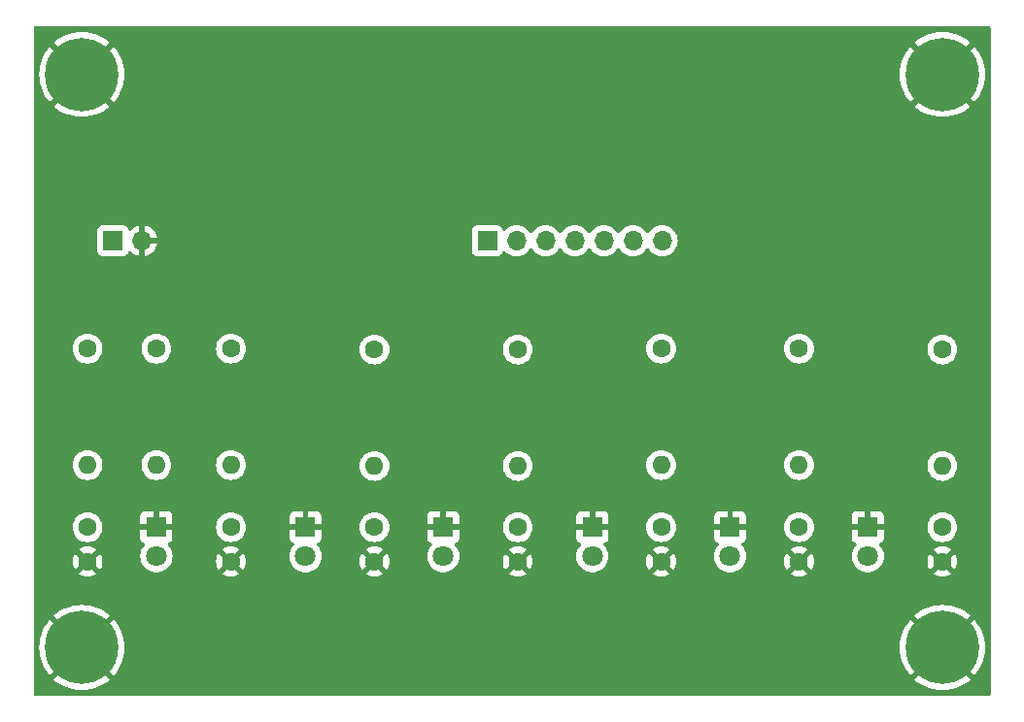
<source format=gbr>
%TF.GenerationSoftware,KiCad,Pcbnew,8.0.6*%
%TF.CreationDate,2024-11-04T15:23:11-08:00*%
%TF.ProjectId,201_final_project_sensor_array,3230315f-6669-46e6-916c-5f70726f6a65,rev?*%
%TF.SameCoordinates,Original*%
%TF.FileFunction,Copper,L2,Bot*%
%TF.FilePolarity,Positive*%
%FSLAX46Y46*%
G04 Gerber Fmt 4.6, Leading zero omitted, Abs format (unit mm)*
G04 Created by KiCad (PCBNEW 8.0.6) date 2024-11-04 15:23:11*
%MOMM*%
%LPD*%
G01*
G04 APERTURE LIST*
%TA.AperFunction,ComponentPad*%
%ADD10C,1.600000*%
%TD*%
%TA.AperFunction,ComponentPad*%
%ADD11R,1.800000X1.800000*%
%TD*%
%TA.AperFunction,ComponentPad*%
%ADD12C,1.800000*%
%TD*%
%TA.AperFunction,ComponentPad*%
%ADD13R,1.700000X1.700000*%
%TD*%
%TA.AperFunction,ComponentPad*%
%ADD14O,1.700000X1.700000*%
%TD*%
%TA.AperFunction,ComponentPad*%
%ADD15C,6.400000*%
%TD*%
%TA.AperFunction,ComponentPad*%
%ADD16O,1.600000X1.600000*%
%TD*%
G04 APERTURE END LIST*
D10*
%TO.P,A13,1*%
%TO.N,/A13*%
X158000000Y-100000000D03*
%TO.P,A13,2*%
%TO.N,GND*%
X158000000Y-103000000D03*
%TD*%
D11*
%TO.P,GND,1,K*%
%TO.N,GND*%
X164000000Y-100000000D03*
D12*
%TO.P,GND,2,A*%
%TO.N,Net-(D1-A)*%
X164000000Y-102540000D03*
%TD*%
D10*
%TO.P,A11,1*%
%TO.N,/A11*%
X133500000Y-100000000D03*
%TO.P,A11,2*%
%TO.N,GND*%
X133500000Y-103000000D03*
%TD*%
%TO.P,A12,1*%
%TO.N,/A12*%
X146000000Y-100000000D03*
%TO.P,A12,2*%
%TO.N,GND*%
X146000000Y-103000000D03*
%TD*%
D13*
%TO.P,VCC,1,Pin_1*%
%TO.N,VCC*%
X98225000Y-75000000D03*
D14*
%TO.P,VCC,2,Pin_2*%
%TO.N,GND*%
X100765000Y-75000000D03*
%TD*%
D15*
%TO.P,H4,1,1*%
%TO.N,GND*%
X95500000Y-110500000D03*
%TD*%
D11*
%TO.P,GND,1,K*%
%TO.N,GND*%
X140000000Y-100000000D03*
D12*
%TO.P,GND,2,A*%
%TO.N,Net-(D1-A)*%
X140000000Y-102540000D03*
%TD*%
D11*
%TO.P,GND,1,K*%
%TO.N,GND*%
X127000000Y-100000000D03*
D12*
%TO.P,GND,2,A*%
%TO.N,Net-(D1-A)*%
X127000000Y-102540000D03*
%TD*%
D10*
%TO.P,1k,1*%
%TO.N,VCC*%
X158000000Y-84420000D03*
D16*
%TO.P,1k,2*%
%TO.N,/A13*%
X158000000Y-94580000D03*
%TD*%
D10*
%TO.P,A9,1*%
%TO.N,/A9*%
X108500000Y-100000000D03*
%TO.P,A9,2*%
%TO.N,GND*%
X108500000Y-103000000D03*
%TD*%
D15*
%TO.P,H1,1,1*%
%TO.N,GND*%
X170500000Y-110500000D03*
%TD*%
D11*
%TO.P,GND,1,K*%
%TO.N,GND*%
X152000000Y-100000000D03*
D12*
%TO.P,GND,2,A*%
%TO.N,Net-(D1-A)*%
X152000000Y-102540000D03*
%TD*%
D10*
%TO.P,A14,1*%
%TO.N,/A14*%
X170500000Y-100000000D03*
%TO.P,A14,2*%
%TO.N,GND*%
X170500000Y-103000000D03*
%TD*%
%TO.P,1k,1*%
%TO.N,VCC*%
X102000000Y-84420000D03*
D16*
%TO.P,1k,2*%
%TO.N,/A8*%
X102000000Y-94580000D03*
%TD*%
D10*
%TO.P,1k,1*%
%TO.N,VCC*%
X170500000Y-84500000D03*
D16*
%TO.P,1k,2*%
%TO.N,/A14*%
X170500000Y-94660000D03*
%TD*%
D11*
%TO.P,GND,1,K*%
%TO.N,GND*%
X102000000Y-100000000D03*
D12*
%TO.P,GND,2,A*%
%TO.N,Net-(D1-A)*%
X102000000Y-102540000D03*
%TD*%
D13*
%TO.P,J1,1,Pin_1*%
%TO.N,/A8*%
X130840000Y-75000000D03*
D14*
%TO.P,J1,2,Pin_2*%
%TO.N,/A9*%
X133380000Y-75000000D03*
%TO.P,J1,3,Pin_3*%
%TO.N,/A10*%
X135920000Y-75000000D03*
%TO.P,J1,4,Pin_4*%
%TO.N,/A11*%
X138460000Y-75000000D03*
%TO.P,J1,5,Pin_5*%
%TO.N,/A12*%
X141000000Y-75000000D03*
%TO.P,J1,6,Pin_6*%
%TO.N,/A13*%
X143540000Y-75000000D03*
%TO.P,J1,7,Pin_7*%
%TO.N,/A14*%
X146080000Y-75000000D03*
%TD*%
D10*
%TO.P,330,1*%
%TO.N,VCC*%
X96000000Y-84420000D03*
D16*
%TO.P,330,2*%
%TO.N,Net-(D1-A)*%
X96000000Y-94580000D03*
%TD*%
D15*
%TO.P,H3,1,1*%
%TO.N,GND*%
X95500000Y-60500000D03*
%TD*%
%TO.P,H2,1,1*%
%TO.N,GND*%
X170500000Y-60500000D03*
%TD*%
D10*
%TO.P,A10,1*%
%TO.N,/A10*%
X121000000Y-100000000D03*
%TO.P,A10,2*%
%TO.N,GND*%
X121000000Y-103000000D03*
%TD*%
%TO.P,1k,1*%
%TO.N,VCC*%
X121000000Y-84500000D03*
D16*
%TO.P,1k,2*%
%TO.N,/A10*%
X121000000Y-94660000D03*
%TD*%
D10*
%TO.P,A8,1*%
%TO.N,/A8*%
X96000000Y-100000000D03*
%TO.P,A8,2*%
%TO.N,GND*%
X96000000Y-103000000D03*
%TD*%
%TO.P,1k,1*%
%TO.N,VCC*%
X108500000Y-84420000D03*
D16*
%TO.P,1k,2*%
%TO.N,/A9*%
X108500000Y-94580000D03*
%TD*%
D10*
%TO.P,1k,1*%
%TO.N,VCC*%
X133500000Y-84500000D03*
D16*
%TO.P,1k,2*%
%TO.N,/A11*%
X133500000Y-94660000D03*
%TD*%
D11*
%TO.P,GND,1,K*%
%TO.N,GND*%
X115000000Y-100000000D03*
D12*
%TO.P,GND,2,A*%
%TO.N,Net-(D1-A)*%
X115000000Y-102540000D03*
%TD*%
D10*
%TO.P,1k,1*%
%TO.N,VCC*%
X146000000Y-84420000D03*
D16*
%TO.P,1k,2*%
%TO.N,/A12*%
X146000000Y-94580000D03*
%TD*%
%TA.AperFunction,Conductor*%
%TO.N,GND*%
G36*
X174642539Y-56320185D02*
G01*
X174688294Y-56372989D01*
X174699500Y-56424500D01*
X174699500Y-114575500D01*
X174679815Y-114642539D01*
X174627011Y-114688294D01*
X174575500Y-114699500D01*
X91424500Y-114699500D01*
X91357461Y-114679815D01*
X91311706Y-114627011D01*
X91300500Y-114575500D01*
X91300500Y-110499999D01*
X91794922Y-110499999D01*
X91794922Y-110500000D01*
X91815219Y-110887287D01*
X91875886Y-111270323D01*
X91875887Y-111270330D01*
X91976262Y-111644936D01*
X92115244Y-112006994D01*
X92291310Y-112352543D01*
X92502531Y-112677793D01*
X92711095Y-112935350D01*
X92711096Y-112935350D01*
X94205748Y-111440698D01*
X94279588Y-111542330D01*
X94457670Y-111720412D01*
X94559300Y-111794251D01*
X93064648Y-113288903D01*
X93064649Y-113288904D01*
X93322206Y-113497468D01*
X93647456Y-113708689D01*
X93993005Y-113884755D01*
X94355063Y-114023737D01*
X94729669Y-114124112D01*
X94729676Y-114124113D01*
X95112712Y-114184780D01*
X95499999Y-114205078D01*
X95500001Y-114205078D01*
X95887287Y-114184780D01*
X96270323Y-114124113D01*
X96270330Y-114124112D01*
X96644936Y-114023737D01*
X97006994Y-113884755D01*
X97352543Y-113708689D01*
X97677783Y-113497476D01*
X97677785Y-113497475D01*
X97935349Y-113288902D01*
X96440698Y-111794251D01*
X96542330Y-111720412D01*
X96720412Y-111542330D01*
X96794251Y-111440698D01*
X98288902Y-112935349D01*
X98497475Y-112677785D01*
X98497476Y-112677783D01*
X98708689Y-112352543D01*
X98884755Y-112006994D01*
X99023737Y-111644936D01*
X99124112Y-111270330D01*
X99124113Y-111270323D01*
X99184780Y-110887287D01*
X99205078Y-110500000D01*
X99205078Y-110499999D01*
X166794922Y-110499999D01*
X166794922Y-110500000D01*
X166815219Y-110887287D01*
X166875886Y-111270323D01*
X166875887Y-111270330D01*
X166976262Y-111644936D01*
X167115244Y-112006994D01*
X167291310Y-112352543D01*
X167502531Y-112677793D01*
X167711095Y-112935350D01*
X167711096Y-112935350D01*
X169205748Y-111440698D01*
X169279588Y-111542330D01*
X169457670Y-111720412D01*
X169559300Y-111794251D01*
X168064648Y-113288903D01*
X168064649Y-113288904D01*
X168322206Y-113497468D01*
X168647456Y-113708689D01*
X168993005Y-113884755D01*
X169355063Y-114023737D01*
X169729669Y-114124112D01*
X169729676Y-114124113D01*
X170112712Y-114184780D01*
X170499999Y-114205078D01*
X170500001Y-114205078D01*
X170887287Y-114184780D01*
X171270323Y-114124113D01*
X171270330Y-114124112D01*
X171644936Y-114023737D01*
X172006994Y-113884755D01*
X172352543Y-113708689D01*
X172677783Y-113497476D01*
X172677785Y-113497475D01*
X172935349Y-113288902D01*
X171440698Y-111794251D01*
X171542330Y-111720412D01*
X171720412Y-111542330D01*
X171794251Y-111440698D01*
X173288902Y-112935349D01*
X173497475Y-112677785D01*
X173497476Y-112677783D01*
X173708689Y-112352543D01*
X173884755Y-112006994D01*
X174023737Y-111644936D01*
X174124112Y-111270330D01*
X174124113Y-111270323D01*
X174184780Y-110887287D01*
X174205078Y-110500000D01*
X174205078Y-110499999D01*
X174184780Y-110112712D01*
X174124113Y-109729676D01*
X174124112Y-109729669D01*
X174023737Y-109355063D01*
X173884755Y-108993005D01*
X173708689Y-108647456D01*
X173497468Y-108322206D01*
X173288904Y-108064649D01*
X173288903Y-108064648D01*
X171794251Y-109559300D01*
X171720412Y-109457670D01*
X171542330Y-109279588D01*
X171440698Y-109205748D01*
X172935350Y-107711096D01*
X172935350Y-107711095D01*
X172677793Y-107502531D01*
X172352543Y-107291310D01*
X172006994Y-107115244D01*
X171644936Y-106976262D01*
X171270330Y-106875887D01*
X171270323Y-106875886D01*
X170887287Y-106815219D01*
X170500001Y-106794922D01*
X170499999Y-106794922D01*
X170112712Y-106815219D01*
X169729676Y-106875886D01*
X169729669Y-106875887D01*
X169355063Y-106976262D01*
X168993005Y-107115244D01*
X168647456Y-107291310D01*
X168322206Y-107502531D01*
X168064648Y-107711095D01*
X168064648Y-107711096D01*
X169559301Y-109205748D01*
X169457670Y-109279588D01*
X169279588Y-109457670D01*
X169205748Y-109559300D01*
X167711096Y-108064648D01*
X167711095Y-108064648D01*
X167502531Y-108322206D01*
X167291310Y-108647456D01*
X167115244Y-108993005D01*
X166976262Y-109355063D01*
X166875887Y-109729669D01*
X166875886Y-109729676D01*
X166815219Y-110112712D01*
X166794922Y-110499999D01*
X99205078Y-110499999D01*
X99184780Y-110112712D01*
X99124113Y-109729676D01*
X99124112Y-109729669D01*
X99023737Y-109355063D01*
X98884755Y-108993005D01*
X98708689Y-108647456D01*
X98497468Y-108322206D01*
X98288904Y-108064649D01*
X98288903Y-108064648D01*
X96794251Y-109559300D01*
X96720412Y-109457670D01*
X96542330Y-109279588D01*
X96440698Y-109205748D01*
X97935350Y-107711096D01*
X97935350Y-107711095D01*
X97677793Y-107502531D01*
X97352543Y-107291310D01*
X97006994Y-107115244D01*
X96644936Y-106976262D01*
X96270330Y-106875887D01*
X96270323Y-106875886D01*
X95887287Y-106815219D01*
X95500001Y-106794922D01*
X95499999Y-106794922D01*
X95112712Y-106815219D01*
X94729676Y-106875886D01*
X94729669Y-106875887D01*
X94355063Y-106976262D01*
X93993005Y-107115244D01*
X93647456Y-107291310D01*
X93322206Y-107502531D01*
X93064648Y-107711095D01*
X93064648Y-107711096D01*
X94559301Y-109205748D01*
X94457670Y-109279588D01*
X94279588Y-109457670D01*
X94205748Y-109559300D01*
X92711096Y-108064648D01*
X92711095Y-108064648D01*
X92502531Y-108322206D01*
X92291310Y-108647456D01*
X92115244Y-108993005D01*
X91976262Y-109355063D01*
X91875887Y-109729669D01*
X91875886Y-109729676D01*
X91815219Y-110112712D01*
X91794922Y-110499999D01*
X91300500Y-110499999D01*
X91300500Y-102999997D01*
X94695034Y-102999997D01*
X94695034Y-103000002D01*
X94714858Y-103226599D01*
X94714860Y-103226610D01*
X94773730Y-103446317D01*
X94773735Y-103446331D01*
X94869863Y-103652478D01*
X94920974Y-103725472D01*
X95600000Y-103046446D01*
X95600000Y-103052661D01*
X95627259Y-103154394D01*
X95679920Y-103245606D01*
X95754394Y-103320080D01*
X95845606Y-103372741D01*
X95947339Y-103400000D01*
X95953553Y-103400000D01*
X95274526Y-104079025D01*
X95347513Y-104130132D01*
X95347521Y-104130136D01*
X95553668Y-104226264D01*
X95553682Y-104226269D01*
X95773389Y-104285139D01*
X95773400Y-104285141D01*
X95999998Y-104304966D01*
X96000002Y-104304966D01*
X96226599Y-104285141D01*
X96226610Y-104285139D01*
X96446317Y-104226269D01*
X96446331Y-104226264D01*
X96652478Y-104130136D01*
X96725471Y-104079024D01*
X96046447Y-103400000D01*
X96052661Y-103400000D01*
X96154394Y-103372741D01*
X96245606Y-103320080D01*
X96320080Y-103245606D01*
X96372741Y-103154394D01*
X96400000Y-103052661D01*
X96400000Y-103046447D01*
X97079024Y-103725471D01*
X97130136Y-103652478D01*
X97226264Y-103446331D01*
X97226269Y-103446317D01*
X97285139Y-103226610D01*
X97285141Y-103226599D01*
X97304966Y-103000002D01*
X97304966Y-102999997D01*
X97285141Y-102773400D01*
X97285139Y-102773389D01*
X97226269Y-102553682D01*
X97226264Y-102553668D01*
X97219887Y-102539993D01*
X100594700Y-102539993D01*
X100594700Y-102540006D01*
X100613864Y-102771297D01*
X100613866Y-102771308D01*
X100670842Y-102996300D01*
X100764075Y-103208848D01*
X100891016Y-103403147D01*
X100891019Y-103403151D01*
X100891021Y-103403153D01*
X101048216Y-103573913D01*
X101048219Y-103573915D01*
X101048222Y-103573918D01*
X101231365Y-103716464D01*
X101231371Y-103716468D01*
X101231374Y-103716470D01*
X101435497Y-103826936D01*
X101549487Y-103866068D01*
X101655015Y-103902297D01*
X101655017Y-103902297D01*
X101655019Y-103902298D01*
X101883951Y-103940500D01*
X101883952Y-103940500D01*
X102116048Y-103940500D01*
X102116049Y-103940500D01*
X102344981Y-103902298D01*
X102564503Y-103826936D01*
X102768626Y-103716470D01*
X102951784Y-103573913D01*
X103108979Y-103403153D01*
X103235924Y-103208849D01*
X103327535Y-102999997D01*
X107195034Y-102999997D01*
X107195034Y-103000002D01*
X107214858Y-103226599D01*
X107214860Y-103226610D01*
X107273730Y-103446317D01*
X107273735Y-103446331D01*
X107369863Y-103652478D01*
X107420974Y-103725472D01*
X108100000Y-103046446D01*
X108100000Y-103052661D01*
X108127259Y-103154394D01*
X108179920Y-103245606D01*
X108254394Y-103320080D01*
X108345606Y-103372741D01*
X108447339Y-103400000D01*
X108453553Y-103400000D01*
X107774526Y-104079025D01*
X107847513Y-104130132D01*
X107847521Y-104130136D01*
X108053668Y-104226264D01*
X108053682Y-104226269D01*
X108273389Y-104285139D01*
X108273400Y-104285141D01*
X108499998Y-104304966D01*
X108500002Y-104304966D01*
X108726599Y-104285141D01*
X108726610Y-104285139D01*
X108946317Y-104226269D01*
X108946331Y-104226264D01*
X109152478Y-104130136D01*
X109225471Y-104079024D01*
X108546447Y-103400000D01*
X108552661Y-103400000D01*
X108654394Y-103372741D01*
X108745606Y-103320080D01*
X108820080Y-103245606D01*
X108872741Y-103154394D01*
X108900000Y-103052661D01*
X108900000Y-103046447D01*
X109579024Y-103725471D01*
X109630136Y-103652478D01*
X109726264Y-103446331D01*
X109726269Y-103446317D01*
X109785139Y-103226610D01*
X109785141Y-103226599D01*
X109804966Y-103000002D01*
X109804966Y-102999997D01*
X109785141Y-102773400D01*
X109785139Y-102773389D01*
X109726269Y-102553682D01*
X109726264Y-102553668D01*
X109719887Y-102539993D01*
X113594700Y-102539993D01*
X113594700Y-102540006D01*
X113613864Y-102771297D01*
X113613866Y-102771308D01*
X113670842Y-102996300D01*
X113764075Y-103208848D01*
X113891016Y-103403147D01*
X113891019Y-103403151D01*
X113891021Y-103403153D01*
X114048216Y-103573913D01*
X114048219Y-103573915D01*
X114048222Y-103573918D01*
X114231365Y-103716464D01*
X114231371Y-103716468D01*
X114231374Y-103716470D01*
X114435497Y-103826936D01*
X114549487Y-103866068D01*
X114655015Y-103902297D01*
X114655017Y-103902297D01*
X114655019Y-103902298D01*
X114883951Y-103940500D01*
X114883952Y-103940500D01*
X115116048Y-103940500D01*
X115116049Y-103940500D01*
X115344981Y-103902298D01*
X115564503Y-103826936D01*
X115768626Y-103716470D01*
X115951784Y-103573913D01*
X116108979Y-103403153D01*
X116235924Y-103208849D01*
X116327535Y-102999997D01*
X119695034Y-102999997D01*
X119695034Y-103000002D01*
X119714858Y-103226599D01*
X119714860Y-103226610D01*
X119773730Y-103446317D01*
X119773735Y-103446331D01*
X119869863Y-103652478D01*
X119920974Y-103725472D01*
X120600000Y-103046446D01*
X120600000Y-103052661D01*
X120627259Y-103154394D01*
X120679920Y-103245606D01*
X120754394Y-103320080D01*
X120845606Y-103372741D01*
X120947339Y-103400000D01*
X120953553Y-103400000D01*
X120274526Y-104079025D01*
X120347513Y-104130132D01*
X120347521Y-104130136D01*
X120553668Y-104226264D01*
X120553682Y-104226269D01*
X120773389Y-104285139D01*
X120773400Y-104285141D01*
X120999998Y-104304966D01*
X121000002Y-104304966D01*
X121226599Y-104285141D01*
X121226610Y-104285139D01*
X121446317Y-104226269D01*
X121446331Y-104226264D01*
X121652478Y-104130136D01*
X121725471Y-104079024D01*
X121046447Y-103400000D01*
X121052661Y-103400000D01*
X121154394Y-103372741D01*
X121245606Y-103320080D01*
X121320080Y-103245606D01*
X121372741Y-103154394D01*
X121400000Y-103052661D01*
X121400000Y-103046447D01*
X122079024Y-103725471D01*
X122130136Y-103652478D01*
X122226264Y-103446331D01*
X122226269Y-103446317D01*
X122285139Y-103226610D01*
X122285141Y-103226599D01*
X122304966Y-103000002D01*
X122304966Y-102999997D01*
X122285141Y-102773400D01*
X122285139Y-102773389D01*
X122226269Y-102553682D01*
X122226264Y-102553668D01*
X122219887Y-102539993D01*
X125594700Y-102539993D01*
X125594700Y-102540006D01*
X125613864Y-102771297D01*
X125613866Y-102771308D01*
X125670842Y-102996300D01*
X125764075Y-103208848D01*
X125891016Y-103403147D01*
X125891019Y-103403151D01*
X125891021Y-103403153D01*
X126048216Y-103573913D01*
X126048219Y-103573915D01*
X126048222Y-103573918D01*
X126231365Y-103716464D01*
X126231371Y-103716468D01*
X126231374Y-103716470D01*
X126435497Y-103826936D01*
X126549487Y-103866068D01*
X126655015Y-103902297D01*
X126655017Y-103902297D01*
X126655019Y-103902298D01*
X126883951Y-103940500D01*
X126883952Y-103940500D01*
X127116048Y-103940500D01*
X127116049Y-103940500D01*
X127344981Y-103902298D01*
X127564503Y-103826936D01*
X127768626Y-103716470D01*
X127951784Y-103573913D01*
X128108979Y-103403153D01*
X128235924Y-103208849D01*
X128327535Y-102999997D01*
X132195034Y-102999997D01*
X132195034Y-103000002D01*
X132214858Y-103226599D01*
X132214860Y-103226610D01*
X132273730Y-103446317D01*
X132273735Y-103446331D01*
X132369863Y-103652478D01*
X132420974Y-103725472D01*
X133100000Y-103046446D01*
X133100000Y-103052661D01*
X133127259Y-103154394D01*
X133179920Y-103245606D01*
X133254394Y-103320080D01*
X133345606Y-103372741D01*
X133447339Y-103400000D01*
X133453553Y-103400000D01*
X132774526Y-104079025D01*
X132847513Y-104130132D01*
X132847521Y-104130136D01*
X133053668Y-104226264D01*
X133053682Y-104226269D01*
X133273389Y-104285139D01*
X133273400Y-104285141D01*
X133499998Y-104304966D01*
X133500002Y-104304966D01*
X133726599Y-104285141D01*
X133726610Y-104285139D01*
X133946317Y-104226269D01*
X133946331Y-104226264D01*
X134152478Y-104130136D01*
X134225471Y-104079024D01*
X133546447Y-103400000D01*
X133552661Y-103400000D01*
X133654394Y-103372741D01*
X133745606Y-103320080D01*
X133820080Y-103245606D01*
X133872741Y-103154394D01*
X133900000Y-103052661D01*
X133900000Y-103046447D01*
X134579024Y-103725471D01*
X134630136Y-103652478D01*
X134726264Y-103446331D01*
X134726269Y-103446317D01*
X134785139Y-103226610D01*
X134785141Y-103226599D01*
X134804966Y-103000002D01*
X134804966Y-102999997D01*
X134785141Y-102773400D01*
X134785139Y-102773389D01*
X134726269Y-102553682D01*
X134726264Y-102553668D01*
X134719887Y-102539993D01*
X138594700Y-102539993D01*
X138594700Y-102540006D01*
X138613864Y-102771297D01*
X138613866Y-102771308D01*
X138670842Y-102996300D01*
X138764075Y-103208848D01*
X138891016Y-103403147D01*
X138891019Y-103403151D01*
X138891021Y-103403153D01*
X139048216Y-103573913D01*
X139048219Y-103573915D01*
X139048222Y-103573918D01*
X139231365Y-103716464D01*
X139231371Y-103716468D01*
X139231374Y-103716470D01*
X139435497Y-103826936D01*
X139549487Y-103866068D01*
X139655015Y-103902297D01*
X139655017Y-103902297D01*
X139655019Y-103902298D01*
X139883951Y-103940500D01*
X139883952Y-103940500D01*
X140116048Y-103940500D01*
X140116049Y-103940500D01*
X140344981Y-103902298D01*
X140564503Y-103826936D01*
X140768626Y-103716470D01*
X140951784Y-103573913D01*
X141108979Y-103403153D01*
X141235924Y-103208849D01*
X141327535Y-102999997D01*
X144695034Y-102999997D01*
X144695034Y-103000002D01*
X144714858Y-103226599D01*
X144714860Y-103226610D01*
X144773730Y-103446317D01*
X144773735Y-103446331D01*
X144869863Y-103652478D01*
X144920974Y-103725472D01*
X145600000Y-103046446D01*
X145600000Y-103052661D01*
X145627259Y-103154394D01*
X145679920Y-103245606D01*
X145754394Y-103320080D01*
X145845606Y-103372741D01*
X145947339Y-103400000D01*
X145953553Y-103400000D01*
X145274526Y-104079025D01*
X145347513Y-104130132D01*
X145347521Y-104130136D01*
X145553668Y-104226264D01*
X145553682Y-104226269D01*
X145773389Y-104285139D01*
X145773400Y-104285141D01*
X145999998Y-104304966D01*
X146000002Y-104304966D01*
X146226599Y-104285141D01*
X146226610Y-104285139D01*
X146446317Y-104226269D01*
X146446331Y-104226264D01*
X146652478Y-104130136D01*
X146725471Y-104079024D01*
X146046447Y-103400000D01*
X146052661Y-103400000D01*
X146154394Y-103372741D01*
X146245606Y-103320080D01*
X146320080Y-103245606D01*
X146372741Y-103154394D01*
X146400000Y-103052661D01*
X146400000Y-103046447D01*
X147079024Y-103725471D01*
X147130136Y-103652478D01*
X147226264Y-103446331D01*
X147226269Y-103446317D01*
X147285139Y-103226610D01*
X147285141Y-103226599D01*
X147304966Y-103000002D01*
X147304966Y-102999997D01*
X147285141Y-102773400D01*
X147285139Y-102773389D01*
X147226269Y-102553682D01*
X147226264Y-102553668D01*
X147219887Y-102539993D01*
X150594700Y-102539993D01*
X150594700Y-102540006D01*
X150613864Y-102771297D01*
X150613866Y-102771308D01*
X150670842Y-102996300D01*
X150764075Y-103208848D01*
X150891016Y-103403147D01*
X150891019Y-103403151D01*
X150891021Y-103403153D01*
X151048216Y-103573913D01*
X151048219Y-103573915D01*
X151048222Y-103573918D01*
X151231365Y-103716464D01*
X151231371Y-103716468D01*
X151231374Y-103716470D01*
X151435497Y-103826936D01*
X151549487Y-103866068D01*
X151655015Y-103902297D01*
X151655017Y-103902297D01*
X151655019Y-103902298D01*
X151883951Y-103940500D01*
X151883952Y-103940500D01*
X152116048Y-103940500D01*
X152116049Y-103940500D01*
X152344981Y-103902298D01*
X152564503Y-103826936D01*
X152768626Y-103716470D01*
X152951784Y-103573913D01*
X153108979Y-103403153D01*
X153235924Y-103208849D01*
X153327535Y-102999997D01*
X156695034Y-102999997D01*
X156695034Y-103000002D01*
X156714858Y-103226599D01*
X156714860Y-103226610D01*
X156773730Y-103446317D01*
X156773735Y-103446331D01*
X156869863Y-103652478D01*
X156920974Y-103725472D01*
X157600000Y-103046446D01*
X157600000Y-103052661D01*
X157627259Y-103154394D01*
X157679920Y-103245606D01*
X157754394Y-103320080D01*
X157845606Y-103372741D01*
X157947339Y-103400000D01*
X157953553Y-103400000D01*
X157274526Y-104079025D01*
X157347513Y-104130132D01*
X157347521Y-104130136D01*
X157553668Y-104226264D01*
X157553682Y-104226269D01*
X157773389Y-104285139D01*
X157773400Y-104285141D01*
X157999998Y-104304966D01*
X158000002Y-104304966D01*
X158226599Y-104285141D01*
X158226610Y-104285139D01*
X158446317Y-104226269D01*
X158446331Y-104226264D01*
X158652478Y-104130136D01*
X158725471Y-104079024D01*
X158046447Y-103400000D01*
X158052661Y-103400000D01*
X158154394Y-103372741D01*
X158245606Y-103320080D01*
X158320080Y-103245606D01*
X158372741Y-103154394D01*
X158400000Y-103052661D01*
X158400000Y-103046447D01*
X159079024Y-103725471D01*
X159130136Y-103652478D01*
X159226264Y-103446331D01*
X159226269Y-103446317D01*
X159285139Y-103226610D01*
X159285141Y-103226599D01*
X159304966Y-103000002D01*
X159304966Y-102999997D01*
X159285141Y-102773400D01*
X159285139Y-102773389D01*
X159226269Y-102553682D01*
X159226264Y-102553668D01*
X159219887Y-102539993D01*
X162594700Y-102539993D01*
X162594700Y-102540006D01*
X162613864Y-102771297D01*
X162613866Y-102771308D01*
X162670842Y-102996300D01*
X162764075Y-103208848D01*
X162891016Y-103403147D01*
X162891019Y-103403151D01*
X162891021Y-103403153D01*
X163048216Y-103573913D01*
X163048219Y-103573915D01*
X163048222Y-103573918D01*
X163231365Y-103716464D01*
X163231371Y-103716468D01*
X163231374Y-103716470D01*
X163435497Y-103826936D01*
X163549487Y-103866068D01*
X163655015Y-103902297D01*
X163655017Y-103902297D01*
X163655019Y-103902298D01*
X163883951Y-103940500D01*
X163883952Y-103940500D01*
X164116048Y-103940500D01*
X164116049Y-103940500D01*
X164344981Y-103902298D01*
X164564503Y-103826936D01*
X164768626Y-103716470D01*
X164951784Y-103573913D01*
X165108979Y-103403153D01*
X165235924Y-103208849D01*
X165327535Y-102999997D01*
X169195034Y-102999997D01*
X169195034Y-103000002D01*
X169214858Y-103226599D01*
X169214860Y-103226610D01*
X169273730Y-103446317D01*
X169273735Y-103446331D01*
X169369863Y-103652478D01*
X169420974Y-103725472D01*
X170100000Y-103046446D01*
X170100000Y-103052661D01*
X170127259Y-103154394D01*
X170179920Y-103245606D01*
X170254394Y-103320080D01*
X170345606Y-103372741D01*
X170447339Y-103400000D01*
X170453553Y-103400000D01*
X169774526Y-104079025D01*
X169847513Y-104130132D01*
X169847521Y-104130136D01*
X170053668Y-104226264D01*
X170053682Y-104226269D01*
X170273389Y-104285139D01*
X170273400Y-104285141D01*
X170499998Y-104304966D01*
X170500002Y-104304966D01*
X170726599Y-104285141D01*
X170726610Y-104285139D01*
X170946317Y-104226269D01*
X170946331Y-104226264D01*
X171152478Y-104130136D01*
X171225471Y-104079024D01*
X170546447Y-103400000D01*
X170552661Y-103400000D01*
X170654394Y-103372741D01*
X170745606Y-103320080D01*
X170820080Y-103245606D01*
X170872741Y-103154394D01*
X170900000Y-103052661D01*
X170900000Y-103046447D01*
X171579024Y-103725471D01*
X171630136Y-103652478D01*
X171726264Y-103446331D01*
X171726269Y-103446317D01*
X171785139Y-103226610D01*
X171785141Y-103226599D01*
X171804966Y-103000002D01*
X171804966Y-102999997D01*
X171785141Y-102773400D01*
X171785139Y-102773389D01*
X171726269Y-102553682D01*
X171726264Y-102553668D01*
X171630136Y-102347521D01*
X171630132Y-102347513D01*
X171579025Y-102274526D01*
X170900000Y-102953551D01*
X170900000Y-102947339D01*
X170872741Y-102845606D01*
X170820080Y-102754394D01*
X170745606Y-102679920D01*
X170654394Y-102627259D01*
X170552661Y-102600000D01*
X170546448Y-102600000D01*
X171225472Y-101920974D01*
X171152478Y-101869863D01*
X170946331Y-101773735D01*
X170946317Y-101773730D01*
X170726610Y-101714860D01*
X170726599Y-101714858D01*
X170500002Y-101695034D01*
X170499998Y-101695034D01*
X170273400Y-101714858D01*
X170273389Y-101714860D01*
X170053682Y-101773730D01*
X170053673Y-101773734D01*
X169847516Y-101869866D01*
X169847512Y-101869868D01*
X169774526Y-101920973D01*
X169774526Y-101920974D01*
X170453553Y-102600000D01*
X170447339Y-102600000D01*
X170345606Y-102627259D01*
X170254394Y-102679920D01*
X170179920Y-102754394D01*
X170127259Y-102845606D01*
X170100000Y-102947339D01*
X170100000Y-102953552D01*
X169420973Y-102274526D01*
X169369868Y-102347512D01*
X169369866Y-102347516D01*
X169273734Y-102553673D01*
X169273730Y-102553682D01*
X169214860Y-102773389D01*
X169214858Y-102773400D01*
X169195034Y-102999997D01*
X165327535Y-102999997D01*
X165329157Y-102996300D01*
X165386134Y-102771305D01*
X165386135Y-102771297D01*
X165405300Y-102540006D01*
X165405300Y-102539993D01*
X165386135Y-102308702D01*
X165386133Y-102308691D01*
X165329157Y-102083699D01*
X165235924Y-101871151D01*
X165108981Y-101676849D01*
X165013832Y-101573489D01*
X164982910Y-101510835D01*
X164990770Y-101441409D01*
X165034918Y-101387253D01*
X165061730Y-101373325D01*
X165142084Y-101343355D01*
X165142093Y-101343350D01*
X165257187Y-101257190D01*
X165257190Y-101257187D01*
X165343350Y-101142093D01*
X165343354Y-101142086D01*
X165393596Y-101007379D01*
X165393598Y-101007372D01*
X165399999Y-100947844D01*
X165400000Y-100947827D01*
X165400000Y-100250000D01*
X164375278Y-100250000D01*
X164419333Y-100173694D01*
X164450000Y-100059244D01*
X164450000Y-99999998D01*
X169194532Y-99999998D01*
X169194532Y-100000001D01*
X169214364Y-100226686D01*
X169214366Y-100226697D01*
X169273258Y-100446488D01*
X169273261Y-100446497D01*
X169369431Y-100652732D01*
X169369432Y-100652734D01*
X169499954Y-100839141D01*
X169660858Y-101000045D01*
X169660861Y-101000047D01*
X169847266Y-101130568D01*
X170053504Y-101226739D01*
X170273308Y-101285635D01*
X170435230Y-101299801D01*
X170499998Y-101305468D01*
X170500000Y-101305468D01*
X170500002Y-101305468D01*
X170556673Y-101300509D01*
X170726692Y-101285635D01*
X170946496Y-101226739D01*
X171152734Y-101130568D01*
X171339139Y-101000047D01*
X171500047Y-100839139D01*
X171630568Y-100652734D01*
X171726739Y-100446496D01*
X171785635Y-100226692D01*
X171805468Y-100000000D01*
X171785635Y-99773308D01*
X171726739Y-99553504D01*
X171630568Y-99347266D01*
X171500047Y-99160861D01*
X171500045Y-99160858D01*
X171339141Y-98999954D01*
X171152734Y-98869432D01*
X171152732Y-98869431D01*
X170946497Y-98773261D01*
X170946488Y-98773258D01*
X170726697Y-98714366D01*
X170726693Y-98714365D01*
X170726692Y-98714365D01*
X170726691Y-98714364D01*
X170726686Y-98714364D01*
X170500002Y-98694532D01*
X170499998Y-98694532D01*
X170273313Y-98714364D01*
X170273302Y-98714366D01*
X170053511Y-98773258D01*
X170053502Y-98773261D01*
X169847267Y-98869431D01*
X169847265Y-98869432D01*
X169660858Y-98999954D01*
X169499954Y-99160858D01*
X169369432Y-99347265D01*
X169369431Y-99347267D01*
X169273261Y-99553502D01*
X169273258Y-99553511D01*
X169214366Y-99773302D01*
X169214364Y-99773313D01*
X169194532Y-99999998D01*
X164450000Y-99999998D01*
X164450000Y-99940756D01*
X164419333Y-99826306D01*
X164375278Y-99750000D01*
X165400000Y-99750000D01*
X165400000Y-99052172D01*
X165399999Y-99052155D01*
X165393598Y-98992627D01*
X165393596Y-98992620D01*
X165343354Y-98857913D01*
X165343350Y-98857906D01*
X165257190Y-98742812D01*
X165257187Y-98742809D01*
X165142093Y-98656649D01*
X165142086Y-98656645D01*
X165007379Y-98606403D01*
X165007372Y-98606401D01*
X164947844Y-98600000D01*
X164250000Y-98600000D01*
X164250000Y-99624722D01*
X164173694Y-99580667D01*
X164059244Y-99550000D01*
X163940756Y-99550000D01*
X163826306Y-99580667D01*
X163750000Y-99624722D01*
X163750000Y-98600000D01*
X163052155Y-98600000D01*
X162992627Y-98606401D01*
X162992620Y-98606403D01*
X162857913Y-98656645D01*
X162857906Y-98656649D01*
X162742812Y-98742809D01*
X162742809Y-98742812D01*
X162656649Y-98857906D01*
X162656645Y-98857913D01*
X162606403Y-98992620D01*
X162606401Y-98992627D01*
X162600000Y-99052155D01*
X162600000Y-99750000D01*
X163624722Y-99750000D01*
X163580667Y-99826306D01*
X163550000Y-99940756D01*
X163550000Y-100059244D01*
X163580667Y-100173694D01*
X163624722Y-100250000D01*
X162600000Y-100250000D01*
X162600000Y-100947844D01*
X162606401Y-101007372D01*
X162606403Y-101007379D01*
X162656645Y-101142086D01*
X162656649Y-101142093D01*
X162742809Y-101257187D01*
X162742812Y-101257190D01*
X162857906Y-101343350D01*
X162857913Y-101343354D01*
X162938270Y-101373325D01*
X162994204Y-101415196D01*
X163018621Y-101480660D01*
X163003770Y-101548933D01*
X162986168Y-101573489D01*
X162891021Y-101676847D01*
X162891019Y-101676848D01*
X162891016Y-101676853D01*
X162764075Y-101871151D01*
X162670842Y-102083699D01*
X162613866Y-102308691D01*
X162613864Y-102308702D01*
X162594700Y-102539993D01*
X159219887Y-102539993D01*
X159130136Y-102347521D01*
X159130132Y-102347513D01*
X159079025Y-102274526D01*
X158400000Y-102953551D01*
X158400000Y-102947339D01*
X158372741Y-102845606D01*
X158320080Y-102754394D01*
X158245606Y-102679920D01*
X158154394Y-102627259D01*
X158052661Y-102600000D01*
X158046448Y-102600000D01*
X158725472Y-101920974D01*
X158652478Y-101869863D01*
X158446331Y-101773735D01*
X158446317Y-101773730D01*
X158226610Y-101714860D01*
X158226599Y-101714858D01*
X158000002Y-101695034D01*
X157999998Y-101695034D01*
X157773400Y-101714858D01*
X157773389Y-101714860D01*
X157553682Y-101773730D01*
X157553673Y-101773734D01*
X157347516Y-101869866D01*
X157347512Y-101869868D01*
X157274526Y-101920973D01*
X157274526Y-101920974D01*
X157953553Y-102600000D01*
X157947339Y-102600000D01*
X157845606Y-102627259D01*
X157754394Y-102679920D01*
X157679920Y-102754394D01*
X157627259Y-102845606D01*
X157600000Y-102947339D01*
X157600000Y-102953552D01*
X156920974Y-102274526D01*
X156920973Y-102274526D01*
X156869868Y-102347512D01*
X156869866Y-102347516D01*
X156773734Y-102553673D01*
X156773730Y-102553682D01*
X156714860Y-102773389D01*
X156714858Y-102773400D01*
X156695034Y-102999997D01*
X153327535Y-102999997D01*
X153329157Y-102996300D01*
X153386134Y-102771305D01*
X153386135Y-102771297D01*
X153405300Y-102540006D01*
X153405300Y-102539993D01*
X153386135Y-102308702D01*
X153386133Y-102308691D01*
X153329157Y-102083699D01*
X153235924Y-101871151D01*
X153108981Y-101676849D01*
X153013832Y-101573489D01*
X152982910Y-101510835D01*
X152990770Y-101441409D01*
X153034918Y-101387253D01*
X153061730Y-101373325D01*
X153142084Y-101343355D01*
X153142093Y-101343350D01*
X153257187Y-101257190D01*
X153257190Y-101257187D01*
X153343350Y-101142093D01*
X153343354Y-101142086D01*
X153393596Y-101007379D01*
X153393598Y-101007372D01*
X153399999Y-100947844D01*
X153400000Y-100947827D01*
X153400000Y-100250000D01*
X152375278Y-100250000D01*
X152419333Y-100173694D01*
X152450000Y-100059244D01*
X152450000Y-99999998D01*
X156694532Y-99999998D01*
X156694532Y-100000001D01*
X156714364Y-100226686D01*
X156714366Y-100226697D01*
X156773258Y-100446488D01*
X156773261Y-100446497D01*
X156869431Y-100652732D01*
X156869432Y-100652734D01*
X156999954Y-100839141D01*
X157160858Y-101000045D01*
X157160861Y-101000047D01*
X157347266Y-101130568D01*
X157553504Y-101226739D01*
X157773308Y-101285635D01*
X157935230Y-101299801D01*
X157999998Y-101305468D01*
X158000000Y-101305468D01*
X158000002Y-101305468D01*
X158056673Y-101300509D01*
X158226692Y-101285635D01*
X158446496Y-101226739D01*
X158652734Y-101130568D01*
X158839139Y-101000047D01*
X159000047Y-100839139D01*
X159130568Y-100652734D01*
X159226739Y-100446496D01*
X159285635Y-100226692D01*
X159305468Y-100000000D01*
X159285635Y-99773308D01*
X159226739Y-99553504D01*
X159130568Y-99347266D01*
X159000047Y-99160861D01*
X159000045Y-99160858D01*
X158839141Y-98999954D01*
X158652734Y-98869432D01*
X158652732Y-98869431D01*
X158446497Y-98773261D01*
X158446488Y-98773258D01*
X158226697Y-98714366D01*
X158226693Y-98714365D01*
X158226692Y-98714365D01*
X158226691Y-98714364D01*
X158226686Y-98714364D01*
X158000002Y-98694532D01*
X157999998Y-98694532D01*
X157773313Y-98714364D01*
X157773302Y-98714366D01*
X157553511Y-98773258D01*
X157553502Y-98773261D01*
X157347267Y-98869431D01*
X157347265Y-98869432D01*
X157160858Y-98999954D01*
X156999954Y-99160858D01*
X156869432Y-99347265D01*
X156869431Y-99347267D01*
X156773261Y-99553502D01*
X156773258Y-99553511D01*
X156714366Y-99773302D01*
X156714364Y-99773313D01*
X156694532Y-99999998D01*
X152450000Y-99999998D01*
X152450000Y-99940756D01*
X152419333Y-99826306D01*
X152375278Y-99750000D01*
X153400000Y-99750000D01*
X153400000Y-99052172D01*
X153399999Y-99052155D01*
X153393598Y-98992627D01*
X153393596Y-98992620D01*
X153343354Y-98857913D01*
X153343350Y-98857906D01*
X153257190Y-98742812D01*
X153257187Y-98742809D01*
X153142093Y-98656649D01*
X153142086Y-98656645D01*
X153007379Y-98606403D01*
X153007372Y-98606401D01*
X152947844Y-98600000D01*
X152250000Y-98600000D01*
X152250000Y-99624722D01*
X152173694Y-99580667D01*
X152059244Y-99550000D01*
X151940756Y-99550000D01*
X151826306Y-99580667D01*
X151750000Y-99624722D01*
X151750000Y-98600000D01*
X151052155Y-98600000D01*
X150992627Y-98606401D01*
X150992620Y-98606403D01*
X150857913Y-98656645D01*
X150857906Y-98656649D01*
X150742812Y-98742809D01*
X150742809Y-98742812D01*
X150656649Y-98857906D01*
X150656645Y-98857913D01*
X150606403Y-98992620D01*
X150606401Y-98992627D01*
X150600000Y-99052155D01*
X150600000Y-99750000D01*
X151624722Y-99750000D01*
X151580667Y-99826306D01*
X151550000Y-99940756D01*
X151550000Y-100059244D01*
X151580667Y-100173694D01*
X151624722Y-100250000D01*
X150600000Y-100250000D01*
X150600000Y-100947844D01*
X150606401Y-101007372D01*
X150606403Y-101007379D01*
X150656645Y-101142086D01*
X150656649Y-101142093D01*
X150742809Y-101257187D01*
X150742812Y-101257190D01*
X150857906Y-101343350D01*
X150857913Y-101343354D01*
X150938270Y-101373325D01*
X150994204Y-101415196D01*
X151018621Y-101480660D01*
X151003770Y-101548933D01*
X150986168Y-101573489D01*
X150891021Y-101676847D01*
X150891019Y-101676848D01*
X150891016Y-101676853D01*
X150764075Y-101871151D01*
X150670842Y-102083699D01*
X150613866Y-102308691D01*
X150613864Y-102308702D01*
X150594700Y-102539993D01*
X147219887Y-102539993D01*
X147130136Y-102347521D01*
X147130132Y-102347513D01*
X147079025Y-102274526D01*
X146400000Y-102953551D01*
X146400000Y-102947339D01*
X146372741Y-102845606D01*
X146320080Y-102754394D01*
X146245606Y-102679920D01*
X146154394Y-102627259D01*
X146052661Y-102600000D01*
X146046448Y-102600000D01*
X146725472Y-101920974D01*
X146652478Y-101869863D01*
X146446331Y-101773735D01*
X146446317Y-101773730D01*
X146226610Y-101714860D01*
X146226599Y-101714858D01*
X146000002Y-101695034D01*
X145999998Y-101695034D01*
X145773400Y-101714858D01*
X145773389Y-101714860D01*
X145553682Y-101773730D01*
X145553673Y-101773734D01*
X145347516Y-101869866D01*
X145347512Y-101869868D01*
X145274526Y-101920973D01*
X145274526Y-101920974D01*
X145953553Y-102600000D01*
X145947339Y-102600000D01*
X145845606Y-102627259D01*
X145754394Y-102679920D01*
X145679920Y-102754394D01*
X145627259Y-102845606D01*
X145600000Y-102947339D01*
X145600000Y-102953552D01*
X144920973Y-102274526D01*
X144869868Y-102347512D01*
X144869866Y-102347516D01*
X144773734Y-102553673D01*
X144773730Y-102553682D01*
X144714860Y-102773389D01*
X144714858Y-102773400D01*
X144695034Y-102999997D01*
X141327535Y-102999997D01*
X141329157Y-102996300D01*
X141386134Y-102771305D01*
X141386135Y-102771297D01*
X141405300Y-102540006D01*
X141405300Y-102539993D01*
X141386135Y-102308702D01*
X141386133Y-102308691D01*
X141329157Y-102083699D01*
X141235924Y-101871151D01*
X141108981Y-101676849D01*
X141013832Y-101573489D01*
X140982910Y-101510835D01*
X140990770Y-101441409D01*
X141034918Y-101387253D01*
X141061730Y-101373325D01*
X141142084Y-101343355D01*
X141142093Y-101343350D01*
X141257187Y-101257190D01*
X141257190Y-101257187D01*
X141343350Y-101142093D01*
X141343354Y-101142086D01*
X141393596Y-101007379D01*
X141393598Y-101007372D01*
X141399999Y-100947844D01*
X141400000Y-100947827D01*
X141400000Y-100250000D01*
X140375278Y-100250000D01*
X140419333Y-100173694D01*
X140450000Y-100059244D01*
X140450000Y-99999998D01*
X144694532Y-99999998D01*
X144694532Y-100000001D01*
X144714364Y-100226686D01*
X144714366Y-100226697D01*
X144773258Y-100446488D01*
X144773261Y-100446497D01*
X144869431Y-100652732D01*
X144869432Y-100652734D01*
X144999954Y-100839141D01*
X145160858Y-101000045D01*
X145160861Y-101000047D01*
X145347266Y-101130568D01*
X145553504Y-101226739D01*
X145773308Y-101285635D01*
X145935230Y-101299801D01*
X145999998Y-101305468D01*
X146000000Y-101305468D01*
X146000002Y-101305468D01*
X146056673Y-101300509D01*
X146226692Y-101285635D01*
X146446496Y-101226739D01*
X146652734Y-101130568D01*
X146839139Y-101000047D01*
X147000047Y-100839139D01*
X147130568Y-100652734D01*
X147226739Y-100446496D01*
X147285635Y-100226692D01*
X147305468Y-100000000D01*
X147285635Y-99773308D01*
X147226739Y-99553504D01*
X147130568Y-99347266D01*
X147000047Y-99160861D01*
X147000045Y-99160858D01*
X146839141Y-98999954D01*
X146652734Y-98869432D01*
X146652732Y-98869431D01*
X146446497Y-98773261D01*
X146446488Y-98773258D01*
X146226697Y-98714366D01*
X146226693Y-98714365D01*
X146226692Y-98714365D01*
X146226691Y-98714364D01*
X146226686Y-98714364D01*
X146000002Y-98694532D01*
X145999998Y-98694532D01*
X145773313Y-98714364D01*
X145773302Y-98714366D01*
X145553511Y-98773258D01*
X145553502Y-98773261D01*
X145347267Y-98869431D01*
X145347265Y-98869432D01*
X145160858Y-98999954D01*
X144999954Y-99160858D01*
X144869432Y-99347265D01*
X144869431Y-99347267D01*
X144773261Y-99553502D01*
X144773258Y-99553511D01*
X144714366Y-99773302D01*
X144714364Y-99773313D01*
X144694532Y-99999998D01*
X140450000Y-99999998D01*
X140450000Y-99940756D01*
X140419333Y-99826306D01*
X140375278Y-99750000D01*
X141400000Y-99750000D01*
X141400000Y-99052172D01*
X141399999Y-99052155D01*
X141393598Y-98992627D01*
X141393596Y-98992620D01*
X141343354Y-98857913D01*
X141343350Y-98857906D01*
X141257190Y-98742812D01*
X141257187Y-98742809D01*
X141142093Y-98656649D01*
X141142086Y-98656645D01*
X141007379Y-98606403D01*
X141007372Y-98606401D01*
X140947844Y-98600000D01*
X140250000Y-98600000D01*
X140250000Y-99624722D01*
X140173694Y-99580667D01*
X140059244Y-99550000D01*
X139940756Y-99550000D01*
X139826306Y-99580667D01*
X139750000Y-99624722D01*
X139750000Y-98600000D01*
X139052155Y-98600000D01*
X138992627Y-98606401D01*
X138992620Y-98606403D01*
X138857913Y-98656645D01*
X138857906Y-98656649D01*
X138742812Y-98742809D01*
X138742809Y-98742812D01*
X138656649Y-98857906D01*
X138656645Y-98857913D01*
X138606403Y-98992620D01*
X138606401Y-98992627D01*
X138600000Y-99052155D01*
X138600000Y-99750000D01*
X139624722Y-99750000D01*
X139580667Y-99826306D01*
X139550000Y-99940756D01*
X139550000Y-100059244D01*
X139580667Y-100173694D01*
X139624722Y-100250000D01*
X138600000Y-100250000D01*
X138600000Y-100947844D01*
X138606401Y-101007372D01*
X138606403Y-101007379D01*
X138656645Y-101142086D01*
X138656649Y-101142093D01*
X138742809Y-101257187D01*
X138742812Y-101257190D01*
X138857906Y-101343350D01*
X138857913Y-101343354D01*
X138938270Y-101373325D01*
X138994204Y-101415196D01*
X139018621Y-101480660D01*
X139003770Y-101548933D01*
X138986168Y-101573489D01*
X138891021Y-101676847D01*
X138891019Y-101676848D01*
X138891016Y-101676853D01*
X138764075Y-101871151D01*
X138670842Y-102083699D01*
X138613866Y-102308691D01*
X138613864Y-102308702D01*
X138594700Y-102539993D01*
X134719887Y-102539993D01*
X134630136Y-102347521D01*
X134630132Y-102347513D01*
X134579025Y-102274526D01*
X133900000Y-102953551D01*
X133900000Y-102947339D01*
X133872741Y-102845606D01*
X133820080Y-102754394D01*
X133745606Y-102679920D01*
X133654394Y-102627259D01*
X133552661Y-102600000D01*
X133546448Y-102600000D01*
X134225472Y-101920974D01*
X134152478Y-101869863D01*
X133946331Y-101773735D01*
X133946317Y-101773730D01*
X133726610Y-101714860D01*
X133726599Y-101714858D01*
X133500002Y-101695034D01*
X133499998Y-101695034D01*
X133273400Y-101714858D01*
X133273389Y-101714860D01*
X133053682Y-101773730D01*
X133053673Y-101773734D01*
X132847516Y-101869866D01*
X132847512Y-101869868D01*
X132774526Y-101920973D01*
X132774526Y-101920974D01*
X133453553Y-102600000D01*
X133447339Y-102600000D01*
X133345606Y-102627259D01*
X133254394Y-102679920D01*
X133179920Y-102754394D01*
X133127259Y-102845606D01*
X133100000Y-102947339D01*
X133100000Y-102953552D01*
X132420974Y-102274526D01*
X132420973Y-102274526D01*
X132369868Y-102347512D01*
X132369866Y-102347516D01*
X132273734Y-102553673D01*
X132273730Y-102553682D01*
X132214860Y-102773389D01*
X132214858Y-102773400D01*
X132195034Y-102999997D01*
X128327535Y-102999997D01*
X128329157Y-102996300D01*
X128386134Y-102771305D01*
X128386135Y-102771297D01*
X128405300Y-102540006D01*
X128405300Y-102539993D01*
X128386135Y-102308702D01*
X128386133Y-102308691D01*
X128329157Y-102083699D01*
X128235924Y-101871151D01*
X128108981Y-101676849D01*
X128013832Y-101573489D01*
X127982910Y-101510835D01*
X127990770Y-101441409D01*
X128034918Y-101387253D01*
X128061730Y-101373325D01*
X128142084Y-101343355D01*
X128142093Y-101343350D01*
X128257187Y-101257190D01*
X128257190Y-101257187D01*
X128343350Y-101142093D01*
X128343354Y-101142086D01*
X128393596Y-101007379D01*
X128393598Y-101007372D01*
X128399999Y-100947844D01*
X128400000Y-100947827D01*
X128400000Y-100250000D01*
X127375278Y-100250000D01*
X127419333Y-100173694D01*
X127450000Y-100059244D01*
X127450000Y-99999998D01*
X132194532Y-99999998D01*
X132194532Y-100000001D01*
X132214364Y-100226686D01*
X132214366Y-100226697D01*
X132273258Y-100446488D01*
X132273261Y-100446497D01*
X132369431Y-100652732D01*
X132369432Y-100652734D01*
X132499954Y-100839141D01*
X132660858Y-101000045D01*
X132660861Y-101000047D01*
X132847266Y-101130568D01*
X133053504Y-101226739D01*
X133273308Y-101285635D01*
X133435230Y-101299801D01*
X133499998Y-101305468D01*
X133500000Y-101305468D01*
X133500002Y-101305468D01*
X133556673Y-101300509D01*
X133726692Y-101285635D01*
X133946496Y-101226739D01*
X134152734Y-101130568D01*
X134339139Y-101000047D01*
X134500047Y-100839139D01*
X134630568Y-100652734D01*
X134726739Y-100446496D01*
X134785635Y-100226692D01*
X134805468Y-100000000D01*
X134785635Y-99773308D01*
X134726739Y-99553504D01*
X134630568Y-99347266D01*
X134500047Y-99160861D01*
X134500045Y-99160858D01*
X134339141Y-98999954D01*
X134152734Y-98869432D01*
X134152732Y-98869431D01*
X133946497Y-98773261D01*
X133946488Y-98773258D01*
X133726697Y-98714366D01*
X133726693Y-98714365D01*
X133726692Y-98714365D01*
X133726691Y-98714364D01*
X133726686Y-98714364D01*
X133500002Y-98694532D01*
X133499998Y-98694532D01*
X133273313Y-98714364D01*
X133273302Y-98714366D01*
X133053511Y-98773258D01*
X133053502Y-98773261D01*
X132847267Y-98869431D01*
X132847265Y-98869432D01*
X132660858Y-98999954D01*
X132499954Y-99160858D01*
X132369432Y-99347265D01*
X132369431Y-99347267D01*
X132273261Y-99553502D01*
X132273258Y-99553511D01*
X132214366Y-99773302D01*
X132214364Y-99773313D01*
X132194532Y-99999998D01*
X127450000Y-99999998D01*
X127450000Y-99940756D01*
X127419333Y-99826306D01*
X127375278Y-99750000D01*
X128400000Y-99750000D01*
X128400000Y-99052172D01*
X128399999Y-99052155D01*
X128393598Y-98992627D01*
X128393596Y-98992620D01*
X128343354Y-98857913D01*
X128343350Y-98857906D01*
X128257190Y-98742812D01*
X128257187Y-98742809D01*
X128142093Y-98656649D01*
X128142086Y-98656645D01*
X128007379Y-98606403D01*
X128007372Y-98606401D01*
X127947844Y-98600000D01*
X127250000Y-98600000D01*
X127250000Y-99624722D01*
X127173694Y-99580667D01*
X127059244Y-99550000D01*
X126940756Y-99550000D01*
X126826306Y-99580667D01*
X126750000Y-99624722D01*
X126750000Y-98600000D01*
X126052155Y-98600000D01*
X125992627Y-98606401D01*
X125992620Y-98606403D01*
X125857913Y-98656645D01*
X125857906Y-98656649D01*
X125742812Y-98742809D01*
X125742809Y-98742812D01*
X125656649Y-98857906D01*
X125656645Y-98857913D01*
X125606403Y-98992620D01*
X125606401Y-98992627D01*
X125600000Y-99052155D01*
X125600000Y-99750000D01*
X126624722Y-99750000D01*
X126580667Y-99826306D01*
X126550000Y-99940756D01*
X126550000Y-100059244D01*
X126580667Y-100173694D01*
X126624722Y-100250000D01*
X125600000Y-100250000D01*
X125600000Y-100947844D01*
X125606401Y-101007372D01*
X125606403Y-101007379D01*
X125656645Y-101142086D01*
X125656649Y-101142093D01*
X125742809Y-101257187D01*
X125742812Y-101257190D01*
X125857906Y-101343350D01*
X125857913Y-101343354D01*
X125938270Y-101373325D01*
X125994204Y-101415196D01*
X126018621Y-101480660D01*
X126003770Y-101548933D01*
X125986168Y-101573489D01*
X125891021Y-101676847D01*
X125891019Y-101676848D01*
X125891016Y-101676853D01*
X125764075Y-101871151D01*
X125670842Y-102083699D01*
X125613866Y-102308691D01*
X125613864Y-102308702D01*
X125594700Y-102539993D01*
X122219887Y-102539993D01*
X122130136Y-102347521D01*
X122130132Y-102347513D01*
X122079025Y-102274526D01*
X121400000Y-102953551D01*
X121400000Y-102947339D01*
X121372741Y-102845606D01*
X121320080Y-102754394D01*
X121245606Y-102679920D01*
X121154394Y-102627259D01*
X121052661Y-102600000D01*
X121046448Y-102600000D01*
X121725472Y-101920974D01*
X121652478Y-101869863D01*
X121446331Y-101773735D01*
X121446317Y-101773730D01*
X121226610Y-101714860D01*
X121226599Y-101714858D01*
X121000002Y-101695034D01*
X120999998Y-101695034D01*
X120773400Y-101714858D01*
X120773389Y-101714860D01*
X120553682Y-101773730D01*
X120553673Y-101773734D01*
X120347516Y-101869866D01*
X120347512Y-101869868D01*
X120274526Y-101920973D01*
X120274526Y-101920974D01*
X120953553Y-102600000D01*
X120947339Y-102600000D01*
X120845606Y-102627259D01*
X120754394Y-102679920D01*
X120679920Y-102754394D01*
X120627259Y-102845606D01*
X120600000Y-102947339D01*
X120600000Y-102953552D01*
X119920974Y-102274526D01*
X119920973Y-102274526D01*
X119869868Y-102347512D01*
X119869866Y-102347516D01*
X119773734Y-102553673D01*
X119773730Y-102553682D01*
X119714860Y-102773389D01*
X119714858Y-102773400D01*
X119695034Y-102999997D01*
X116327535Y-102999997D01*
X116329157Y-102996300D01*
X116386134Y-102771305D01*
X116386135Y-102771297D01*
X116405300Y-102540006D01*
X116405300Y-102539993D01*
X116386135Y-102308702D01*
X116386133Y-102308691D01*
X116329157Y-102083699D01*
X116235924Y-101871151D01*
X116108981Y-101676849D01*
X116013832Y-101573489D01*
X115982910Y-101510835D01*
X115990770Y-101441409D01*
X116034918Y-101387253D01*
X116061730Y-101373325D01*
X116142084Y-101343355D01*
X116142093Y-101343350D01*
X116257187Y-101257190D01*
X116257190Y-101257187D01*
X116343350Y-101142093D01*
X116343354Y-101142086D01*
X116393596Y-101007379D01*
X116393598Y-101007372D01*
X116399999Y-100947844D01*
X116400000Y-100947827D01*
X116400000Y-100250000D01*
X115375278Y-100250000D01*
X115419333Y-100173694D01*
X115450000Y-100059244D01*
X115450000Y-99999998D01*
X119694532Y-99999998D01*
X119694532Y-100000001D01*
X119714364Y-100226686D01*
X119714366Y-100226697D01*
X119773258Y-100446488D01*
X119773261Y-100446497D01*
X119869431Y-100652732D01*
X119869432Y-100652734D01*
X119999954Y-100839141D01*
X120160858Y-101000045D01*
X120160861Y-101000047D01*
X120347266Y-101130568D01*
X120553504Y-101226739D01*
X120773308Y-101285635D01*
X120935230Y-101299801D01*
X120999998Y-101305468D01*
X121000000Y-101305468D01*
X121000002Y-101305468D01*
X121056673Y-101300509D01*
X121226692Y-101285635D01*
X121446496Y-101226739D01*
X121652734Y-101130568D01*
X121839139Y-101000047D01*
X122000047Y-100839139D01*
X122130568Y-100652734D01*
X122226739Y-100446496D01*
X122285635Y-100226692D01*
X122305468Y-100000000D01*
X122285635Y-99773308D01*
X122226739Y-99553504D01*
X122130568Y-99347266D01*
X122000047Y-99160861D01*
X122000045Y-99160858D01*
X121839141Y-98999954D01*
X121652734Y-98869432D01*
X121652732Y-98869431D01*
X121446497Y-98773261D01*
X121446488Y-98773258D01*
X121226697Y-98714366D01*
X121226693Y-98714365D01*
X121226692Y-98714365D01*
X121226691Y-98714364D01*
X121226686Y-98714364D01*
X121000002Y-98694532D01*
X120999998Y-98694532D01*
X120773313Y-98714364D01*
X120773302Y-98714366D01*
X120553511Y-98773258D01*
X120553502Y-98773261D01*
X120347267Y-98869431D01*
X120347265Y-98869432D01*
X120160858Y-98999954D01*
X119999954Y-99160858D01*
X119869432Y-99347265D01*
X119869431Y-99347267D01*
X119773261Y-99553502D01*
X119773258Y-99553511D01*
X119714366Y-99773302D01*
X119714364Y-99773313D01*
X119694532Y-99999998D01*
X115450000Y-99999998D01*
X115450000Y-99940756D01*
X115419333Y-99826306D01*
X115375278Y-99750000D01*
X116400000Y-99750000D01*
X116400000Y-99052172D01*
X116399999Y-99052155D01*
X116393598Y-98992627D01*
X116393596Y-98992620D01*
X116343354Y-98857913D01*
X116343350Y-98857906D01*
X116257190Y-98742812D01*
X116257187Y-98742809D01*
X116142093Y-98656649D01*
X116142086Y-98656645D01*
X116007379Y-98606403D01*
X116007372Y-98606401D01*
X115947844Y-98600000D01*
X115250000Y-98600000D01*
X115250000Y-99624722D01*
X115173694Y-99580667D01*
X115059244Y-99550000D01*
X114940756Y-99550000D01*
X114826306Y-99580667D01*
X114750000Y-99624722D01*
X114750000Y-98600000D01*
X114052155Y-98600000D01*
X113992627Y-98606401D01*
X113992620Y-98606403D01*
X113857913Y-98656645D01*
X113857906Y-98656649D01*
X113742812Y-98742809D01*
X113742809Y-98742812D01*
X113656649Y-98857906D01*
X113656645Y-98857913D01*
X113606403Y-98992620D01*
X113606401Y-98992627D01*
X113600000Y-99052155D01*
X113600000Y-99750000D01*
X114624722Y-99750000D01*
X114580667Y-99826306D01*
X114550000Y-99940756D01*
X114550000Y-100059244D01*
X114580667Y-100173694D01*
X114624722Y-100250000D01*
X113600000Y-100250000D01*
X113600000Y-100947844D01*
X113606401Y-101007372D01*
X113606403Y-101007379D01*
X113656645Y-101142086D01*
X113656649Y-101142093D01*
X113742809Y-101257187D01*
X113742812Y-101257190D01*
X113857906Y-101343350D01*
X113857913Y-101343354D01*
X113938270Y-101373325D01*
X113994204Y-101415196D01*
X114018621Y-101480660D01*
X114003770Y-101548933D01*
X113986168Y-101573489D01*
X113891021Y-101676847D01*
X113891019Y-101676848D01*
X113891016Y-101676853D01*
X113764075Y-101871151D01*
X113670842Y-102083699D01*
X113613866Y-102308691D01*
X113613864Y-102308702D01*
X113594700Y-102539993D01*
X109719887Y-102539993D01*
X109630136Y-102347521D01*
X109630132Y-102347513D01*
X109579025Y-102274526D01*
X108900000Y-102953551D01*
X108900000Y-102947339D01*
X108872741Y-102845606D01*
X108820080Y-102754394D01*
X108745606Y-102679920D01*
X108654394Y-102627259D01*
X108552661Y-102600000D01*
X108546448Y-102600000D01*
X109225472Y-101920974D01*
X109152478Y-101869863D01*
X108946331Y-101773735D01*
X108946317Y-101773730D01*
X108726610Y-101714860D01*
X108726599Y-101714858D01*
X108500002Y-101695034D01*
X108499998Y-101695034D01*
X108273400Y-101714858D01*
X108273389Y-101714860D01*
X108053682Y-101773730D01*
X108053673Y-101773734D01*
X107847516Y-101869866D01*
X107847512Y-101869868D01*
X107774526Y-101920973D01*
X107774526Y-101920974D01*
X108453553Y-102600000D01*
X108447339Y-102600000D01*
X108345606Y-102627259D01*
X108254394Y-102679920D01*
X108179920Y-102754394D01*
X108127259Y-102845606D01*
X108100000Y-102947339D01*
X108100000Y-102953552D01*
X107420974Y-102274526D01*
X107420973Y-102274526D01*
X107369868Y-102347512D01*
X107369866Y-102347516D01*
X107273734Y-102553673D01*
X107273730Y-102553682D01*
X107214860Y-102773389D01*
X107214858Y-102773400D01*
X107195034Y-102999997D01*
X103327535Y-102999997D01*
X103329157Y-102996300D01*
X103386134Y-102771305D01*
X103386135Y-102771297D01*
X103405300Y-102540006D01*
X103405300Y-102539993D01*
X103386135Y-102308702D01*
X103386133Y-102308691D01*
X103329157Y-102083699D01*
X103235924Y-101871151D01*
X103108981Y-101676849D01*
X103013832Y-101573489D01*
X102982910Y-101510835D01*
X102990770Y-101441409D01*
X103034918Y-101387253D01*
X103061730Y-101373325D01*
X103142084Y-101343355D01*
X103142093Y-101343350D01*
X103257187Y-101257190D01*
X103257190Y-101257187D01*
X103343350Y-101142093D01*
X103343354Y-101142086D01*
X103393596Y-101007379D01*
X103393598Y-101007372D01*
X103399999Y-100947844D01*
X103400000Y-100947827D01*
X103400000Y-100250000D01*
X102375278Y-100250000D01*
X102419333Y-100173694D01*
X102450000Y-100059244D01*
X102450000Y-99999998D01*
X107194532Y-99999998D01*
X107194532Y-100000001D01*
X107214364Y-100226686D01*
X107214366Y-100226697D01*
X107273258Y-100446488D01*
X107273261Y-100446497D01*
X107369431Y-100652732D01*
X107369432Y-100652734D01*
X107499954Y-100839141D01*
X107660858Y-101000045D01*
X107660861Y-101000047D01*
X107847266Y-101130568D01*
X108053504Y-101226739D01*
X108273308Y-101285635D01*
X108435230Y-101299801D01*
X108499998Y-101305468D01*
X108500000Y-101305468D01*
X108500002Y-101305468D01*
X108556673Y-101300509D01*
X108726692Y-101285635D01*
X108946496Y-101226739D01*
X109152734Y-101130568D01*
X109339139Y-101000047D01*
X109500047Y-100839139D01*
X109630568Y-100652734D01*
X109726739Y-100446496D01*
X109785635Y-100226692D01*
X109805468Y-100000000D01*
X109785635Y-99773308D01*
X109726739Y-99553504D01*
X109630568Y-99347266D01*
X109500047Y-99160861D01*
X109500045Y-99160858D01*
X109339141Y-98999954D01*
X109152734Y-98869432D01*
X109152732Y-98869431D01*
X108946497Y-98773261D01*
X108946488Y-98773258D01*
X108726697Y-98714366D01*
X108726693Y-98714365D01*
X108726692Y-98714365D01*
X108726691Y-98714364D01*
X108726686Y-98714364D01*
X108500002Y-98694532D01*
X108499998Y-98694532D01*
X108273313Y-98714364D01*
X108273302Y-98714366D01*
X108053511Y-98773258D01*
X108053502Y-98773261D01*
X107847267Y-98869431D01*
X107847265Y-98869432D01*
X107660858Y-98999954D01*
X107499954Y-99160858D01*
X107369432Y-99347265D01*
X107369431Y-99347267D01*
X107273261Y-99553502D01*
X107273258Y-99553511D01*
X107214366Y-99773302D01*
X107214364Y-99773313D01*
X107194532Y-99999998D01*
X102450000Y-99999998D01*
X102450000Y-99940756D01*
X102419333Y-99826306D01*
X102375278Y-99750000D01*
X103400000Y-99750000D01*
X103400000Y-99052172D01*
X103399999Y-99052155D01*
X103393598Y-98992627D01*
X103393596Y-98992620D01*
X103343354Y-98857913D01*
X103343350Y-98857906D01*
X103257190Y-98742812D01*
X103257187Y-98742809D01*
X103142093Y-98656649D01*
X103142086Y-98656645D01*
X103007379Y-98606403D01*
X103007372Y-98606401D01*
X102947844Y-98600000D01*
X102250000Y-98600000D01*
X102250000Y-99624722D01*
X102173694Y-99580667D01*
X102059244Y-99550000D01*
X101940756Y-99550000D01*
X101826306Y-99580667D01*
X101750000Y-99624722D01*
X101750000Y-98600000D01*
X101052155Y-98600000D01*
X100992627Y-98606401D01*
X100992620Y-98606403D01*
X100857913Y-98656645D01*
X100857906Y-98656649D01*
X100742812Y-98742809D01*
X100742809Y-98742812D01*
X100656649Y-98857906D01*
X100656645Y-98857913D01*
X100606403Y-98992620D01*
X100606401Y-98992627D01*
X100600000Y-99052155D01*
X100600000Y-99750000D01*
X101624722Y-99750000D01*
X101580667Y-99826306D01*
X101550000Y-99940756D01*
X101550000Y-100059244D01*
X101580667Y-100173694D01*
X101624722Y-100250000D01*
X100600000Y-100250000D01*
X100600000Y-100947844D01*
X100606401Y-101007372D01*
X100606403Y-101007379D01*
X100656645Y-101142086D01*
X100656649Y-101142093D01*
X100742809Y-101257187D01*
X100742812Y-101257190D01*
X100857906Y-101343350D01*
X100857913Y-101343354D01*
X100938270Y-101373325D01*
X100994204Y-101415196D01*
X101018621Y-101480660D01*
X101003770Y-101548933D01*
X100986168Y-101573489D01*
X100891021Y-101676847D01*
X100891019Y-101676848D01*
X100891016Y-101676853D01*
X100764075Y-101871151D01*
X100670842Y-102083699D01*
X100613866Y-102308691D01*
X100613864Y-102308702D01*
X100594700Y-102539993D01*
X97219887Y-102539993D01*
X97130136Y-102347521D01*
X97130132Y-102347513D01*
X97079025Y-102274526D01*
X96400000Y-102953551D01*
X96400000Y-102947339D01*
X96372741Y-102845606D01*
X96320080Y-102754394D01*
X96245606Y-102679920D01*
X96154394Y-102627259D01*
X96052661Y-102600000D01*
X96046448Y-102600000D01*
X96725472Y-101920974D01*
X96652478Y-101869863D01*
X96446331Y-101773735D01*
X96446317Y-101773730D01*
X96226610Y-101714860D01*
X96226599Y-101714858D01*
X96000002Y-101695034D01*
X95999998Y-101695034D01*
X95773400Y-101714858D01*
X95773389Y-101714860D01*
X95553682Y-101773730D01*
X95553673Y-101773734D01*
X95347516Y-101869866D01*
X95347512Y-101869868D01*
X95274526Y-101920973D01*
X95274526Y-101920974D01*
X95953553Y-102600000D01*
X95947339Y-102600000D01*
X95845606Y-102627259D01*
X95754394Y-102679920D01*
X95679920Y-102754394D01*
X95627259Y-102845606D01*
X95600000Y-102947339D01*
X95600000Y-102953552D01*
X94920974Y-102274526D01*
X94920973Y-102274526D01*
X94869868Y-102347512D01*
X94869866Y-102347516D01*
X94773734Y-102553673D01*
X94773730Y-102553682D01*
X94714860Y-102773389D01*
X94714858Y-102773400D01*
X94695034Y-102999997D01*
X91300500Y-102999997D01*
X91300500Y-99999998D01*
X94694532Y-99999998D01*
X94694532Y-100000001D01*
X94714364Y-100226686D01*
X94714366Y-100226697D01*
X94773258Y-100446488D01*
X94773261Y-100446497D01*
X94869431Y-100652732D01*
X94869432Y-100652734D01*
X94999954Y-100839141D01*
X95160858Y-101000045D01*
X95160861Y-101000047D01*
X95347266Y-101130568D01*
X95553504Y-101226739D01*
X95773308Y-101285635D01*
X95935230Y-101299801D01*
X95999998Y-101305468D01*
X96000000Y-101305468D01*
X96000002Y-101305468D01*
X96056673Y-101300509D01*
X96226692Y-101285635D01*
X96446496Y-101226739D01*
X96652734Y-101130568D01*
X96839139Y-101000047D01*
X97000047Y-100839139D01*
X97130568Y-100652734D01*
X97226739Y-100446496D01*
X97285635Y-100226692D01*
X97305468Y-100000000D01*
X97285635Y-99773308D01*
X97226739Y-99553504D01*
X97130568Y-99347266D01*
X97000047Y-99160861D01*
X97000045Y-99160858D01*
X96839141Y-98999954D01*
X96652734Y-98869432D01*
X96652732Y-98869431D01*
X96446497Y-98773261D01*
X96446488Y-98773258D01*
X96226697Y-98714366D01*
X96226693Y-98714365D01*
X96226692Y-98714365D01*
X96226691Y-98714364D01*
X96226686Y-98714364D01*
X96000002Y-98694532D01*
X95999998Y-98694532D01*
X95773313Y-98714364D01*
X95773302Y-98714366D01*
X95553511Y-98773258D01*
X95553502Y-98773261D01*
X95347267Y-98869431D01*
X95347265Y-98869432D01*
X95160858Y-98999954D01*
X94999954Y-99160858D01*
X94869432Y-99347265D01*
X94869431Y-99347267D01*
X94773261Y-99553502D01*
X94773258Y-99553511D01*
X94714366Y-99773302D01*
X94714364Y-99773313D01*
X94694532Y-99999998D01*
X91300500Y-99999998D01*
X91300500Y-94579998D01*
X94694532Y-94579998D01*
X94694532Y-94580001D01*
X94714364Y-94806686D01*
X94714366Y-94806697D01*
X94773258Y-95026488D01*
X94773261Y-95026497D01*
X94869431Y-95232732D01*
X94869432Y-95232734D01*
X94999954Y-95419141D01*
X95160858Y-95580045D01*
X95160861Y-95580047D01*
X95347266Y-95710568D01*
X95553504Y-95806739D01*
X95773308Y-95865635D01*
X95935230Y-95879801D01*
X95999998Y-95885468D01*
X96000000Y-95885468D01*
X96000002Y-95885468D01*
X96056673Y-95880509D01*
X96226692Y-95865635D01*
X96446496Y-95806739D01*
X96652734Y-95710568D01*
X96839139Y-95580047D01*
X97000047Y-95419139D01*
X97130568Y-95232734D01*
X97226739Y-95026496D01*
X97285635Y-94806692D01*
X97305468Y-94580000D01*
X97305468Y-94579998D01*
X100694532Y-94579998D01*
X100694532Y-94580001D01*
X100714364Y-94806686D01*
X100714366Y-94806697D01*
X100773258Y-95026488D01*
X100773261Y-95026497D01*
X100869431Y-95232732D01*
X100869432Y-95232734D01*
X100999954Y-95419141D01*
X101160858Y-95580045D01*
X101160861Y-95580047D01*
X101347266Y-95710568D01*
X101553504Y-95806739D01*
X101773308Y-95865635D01*
X101935230Y-95879801D01*
X101999998Y-95885468D01*
X102000000Y-95885468D01*
X102000002Y-95885468D01*
X102056673Y-95880509D01*
X102226692Y-95865635D01*
X102446496Y-95806739D01*
X102652734Y-95710568D01*
X102839139Y-95580047D01*
X103000047Y-95419139D01*
X103130568Y-95232734D01*
X103226739Y-95026496D01*
X103285635Y-94806692D01*
X103305468Y-94580000D01*
X103305468Y-94579998D01*
X107194532Y-94579998D01*
X107194532Y-94580001D01*
X107214364Y-94806686D01*
X107214366Y-94806697D01*
X107273258Y-95026488D01*
X107273261Y-95026497D01*
X107369431Y-95232732D01*
X107369432Y-95232734D01*
X107499954Y-95419141D01*
X107660858Y-95580045D01*
X107660861Y-95580047D01*
X107847266Y-95710568D01*
X108053504Y-95806739D01*
X108273308Y-95865635D01*
X108435230Y-95879801D01*
X108499998Y-95885468D01*
X108500000Y-95885468D01*
X108500002Y-95885468D01*
X108556673Y-95880509D01*
X108726692Y-95865635D01*
X108946496Y-95806739D01*
X109152734Y-95710568D01*
X109339139Y-95580047D01*
X109500047Y-95419139D01*
X109630568Y-95232734D01*
X109726739Y-95026496D01*
X109785635Y-94806692D01*
X109798469Y-94659998D01*
X119694532Y-94659998D01*
X119694532Y-94660001D01*
X119714364Y-94886686D01*
X119714366Y-94886697D01*
X119773258Y-95106488D01*
X119773261Y-95106497D01*
X119869431Y-95312732D01*
X119869432Y-95312734D01*
X119999954Y-95499141D01*
X120160858Y-95660045D01*
X120160861Y-95660047D01*
X120347266Y-95790568D01*
X120553504Y-95886739D01*
X120773308Y-95945635D01*
X120935230Y-95959801D01*
X120999998Y-95965468D01*
X121000000Y-95965468D01*
X121000002Y-95965468D01*
X121056673Y-95960509D01*
X121226692Y-95945635D01*
X121446496Y-95886739D01*
X121652734Y-95790568D01*
X121839139Y-95660047D01*
X122000047Y-95499139D01*
X122130568Y-95312734D01*
X122226739Y-95106496D01*
X122285635Y-94886692D01*
X122305468Y-94660000D01*
X122305468Y-94659998D01*
X132194532Y-94659998D01*
X132194532Y-94660001D01*
X132214364Y-94886686D01*
X132214366Y-94886697D01*
X132273258Y-95106488D01*
X132273261Y-95106497D01*
X132369431Y-95312732D01*
X132369432Y-95312734D01*
X132499954Y-95499141D01*
X132660858Y-95660045D01*
X132660861Y-95660047D01*
X132847266Y-95790568D01*
X133053504Y-95886739D01*
X133273308Y-95945635D01*
X133435230Y-95959801D01*
X133499998Y-95965468D01*
X133500000Y-95965468D01*
X133500002Y-95965468D01*
X133556673Y-95960509D01*
X133726692Y-95945635D01*
X133946496Y-95886739D01*
X134152734Y-95790568D01*
X134339139Y-95660047D01*
X134500047Y-95499139D01*
X134630568Y-95312734D01*
X134726739Y-95106496D01*
X134785635Y-94886692D01*
X134805468Y-94660000D01*
X134798469Y-94579998D01*
X144694532Y-94579998D01*
X144694532Y-94580001D01*
X144714364Y-94806686D01*
X144714366Y-94806697D01*
X144773258Y-95026488D01*
X144773261Y-95026497D01*
X144869431Y-95232732D01*
X144869432Y-95232734D01*
X144999954Y-95419141D01*
X145160858Y-95580045D01*
X145160861Y-95580047D01*
X145347266Y-95710568D01*
X145553504Y-95806739D01*
X145773308Y-95865635D01*
X145935230Y-95879801D01*
X145999998Y-95885468D01*
X146000000Y-95885468D01*
X146000002Y-95885468D01*
X146056673Y-95880509D01*
X146226692Y-95865635D01*
X146446496Y-95806739D01*
X146652734Y-95710568D01*
X146839139Y-95580047D01*
X147000047Y-95419139D01*
X147130568Y-95232734D01*
X147226739Y-95026496D01*
X147285635Y-94806692D01*
X147305468Y-94580000D01*
X147305468Y-94579998D01*
X156694532Y-94579998D01*
X156694532Y-94580001D01*
X156714364Y-94806686D01*
X156714366Y-94806697D01*
X156773258Y-95026488D01*
X156773261Y-95026497D01*
X156869431Y-95232732D01*
X156869432Y-95232734D01*
X156999954Y-95419141D01*
X157160858Y-95580045D01*
X157160861Y-95580047D01*
X157347266Y-95710568D01*
X157553504Y-95806739D01*
X157773308Y-95865635D01*
X157935230Y-95879801D01*
X157999998Y-95885468D01*
X158000000Y-95885468D01*
X158000002Y-95885468D01*
X158056673Y-95880509D01*
X158226692Y-95865635D01*
X158446496Y-95806739D01*
X158652734Y-95710568D01*
X158839139Y-95580047D01*
X159000047Y-95419139D01*
X159130568Y-95232734D01*
X159226739Y-95026496D01*
X159285635Y-94806692D01*
X159298469Y-94659998D01*
X169194532Y-94659998D01*
X169194532Y-94660001D01*
X169214364Y-94886686D01*
X169214366Y-94886697D01*
X169273258Y-95106488D01*
X169273261Y-95106497D01*
X169369431Y-95312732D01*
X169369432Y-95312734D01*
X169499954Y-95499141D01*
X169660858Y-95660045D01*
X169660861Y-95660047D01*
X169847266Y-95790568D01*
X170053504Y-95886739D01*
X170273308Y-95945635D01*
X170435230Y-95959801D01*
X170499998Y-95965468D01*
X170500000Y-95965468D01*
X170500002Y-95965468D01*
X170556673Y-95960509D01*
X170726692Y-95945635D01*
X170946496Y-95886739D01*
X171152734Y-95790568D01*
X171339139Y-95660047D01*
X171500047Y-95499139D01*
X171630568Y-95312734D01*
X171726739Y-95106496D01*
X171785635Y-94886692D01*
X171805468Y-94660000D01*
X171785635Y-94433308D01*
X171726739Y-94213504D01*
X171630568Y-94007266D01*
X171500047Y-93820861D01*
X171500045Y-93820858D01*
X171339141Y-93659954D01*
X171152734Y-93529432D01*
X171152732Y-93529431D01*
X170946497Y-93433261D01*
X170946488Y-93433258D01*
X170726697Y-93374366D01*
X170726693Y-93374365D01*
X170726692Y-93374365D01*
X170726691Y-93374364D01*
X170726686Y-93374364D01*
X170500002Y-93354532D01*
X170499998Y-93354532D01*
X170273313Y-93374364D01*
X170273302Y-93374366D01*
X170053511Y-93433258D01*
X170053502Y-93433261D01*
X169847267Y-93529431D01*
X169847265Y-93529432D01*
X169660858Y-93659954D01*
X169499954Y-93820858D01*
X169369432Y-94007265D01*
X169369431Y-94007267D01*
X169273261Y-94213502D01*
X169273258Y-94213511D01*
X169214366Y-94433302D01*
X169214364Y-94433313D01*
X169194532Y-94659998D01*
X159298469Y-94659998D01*
X159305468Y-94580000D01*
X159285635Y-94353308D01*
X159226739Y-94133504D01*
X159130568Y-93927266D01*
X159000047Y-93740861D01*
X159000045Y-93740858D01*
X158839141Y-93579954D01*
X158652734Y-93449432D01*
X158652732Y-93449431D01*
X158446497Y-93353261D01*
X158446488Y-93353258D01*
X158226697Y-93294366D01*
X158226693Y-93294365D01*
X158226692Y-93294365D01*
X158226691Y-93294364D01*
X158226686Y-93294364D01*
X158000002Y-93274532D01*
X157999998Y-93274532D01*
X157773313Y-93294364D01*
X157773302Y-93294366D01*
X157553511Y-93353258D01*
X157553502Y-93353261D01*
X157347267Y-93449431D01*
X157347265Y-93449432D01*
X157160858Y-93579954D01*
X156999954Y-93740858D01*
X156869432Y-93927265D01*
X156869431Y-93927267D01*
X156773261Y-94133502D01*
X156773258Y-94133511D01*
X156714366Y-94353302D01*
X156714364Y-94353313D01*
X156694532Y-94579998D01*
X147305468Y-94579998D01*
X147285635Y-94353308D01*
X147226739Y-94133504D01*
X147130568Y-93927266D01*
X147000047Y-93740861D01*
X147000045Y-93740858D01*
X146839141Y-93579954D01*
X146652734Y-93449432D01*
X146652732Y-93449431D01*
X146446497Y-93353261D01*
X146446488Y-93353258D01*
X146226697Y-93294366D01*
X146226693Y-93294365D01*
X146226692Y-93294365D01*
X146226691Y-93294364D01*
X146226686Y-93294364D01*
X146000002Y-93274532D01*
X145999998Y-93274532D01*
X145773313Y-93294364D01*
X145773302Y-93294366D01*
X145553511Y-93353258D01*
X145553502Y-93353261D01*
X145347267Y-93449431D01*
X145347265Y-93449432D01*
X145160858Y-93579954D01*
X144999954Y-93740858D01*
X144869432Y-93927265D01*
X144869431Y-93927267D01*
X144773261Y-94133502D01*
X144773258Y-94133511D01*
X144714366Y-94353302D01*
X144714364Y-94353313D01*
X144694532Y-94579998D01*
X134798469Y-94579998D01*
X134785635Y-94433308D01*
X134726739Y-94213504D01*
X134630568Y-94007266D01*
X134500047Y-93820861D01*
X134500045Y-93820858D01*
X134339141Y-93659954D01*
X134152734Y-93529432D01*
X134152732Y-93529431D01*
X133946497Y-93433261D01*
X133946488Y-93433258D01*
X133726697Y-93374366D01*
X133726693Y-93374365D01*
X133726692Y-93374365D01*
X133726691Y-93374364D01*
X133726686Y-93374364D01*
X133500002Y-93354532D01*
X133499998Y-93354532D01*
X133273313Y-93374364D01*
X133273302Y-93374366D01*
X133053511Y-93433258D01*
X133053502Y-93433261D01*
X132847267Y-93529431D01*
X132847265Y-93529432D01*
X132660858Y-93659954D01*
X132499954Y-93820858D01*
X132369432Y-94007265D01*
X132369431Y-94007267D01*
X132273261Y-94213502D01*
X132273258Y-94213511D01*
X132214366Y-94433302D01*
X132214364Y-94433313D01*
X132194532Y-94659998D01*
X122305468Y-94659998D01*
X122285635Y-94433308D01*
X122226739Y-94213504D01*
X122130568Y-94007266D01*
X122000047Y-93820861D01*
X122000045Y-93820858D01*
X121839141Y-93659954D01*
X121652734Y-93529432D01*
X121652732Y-93529431D01*
X121446497Y-93433261D01*
X121446488Y-93433258D01*
X121226697Y-93374366D01*
X121226693Y-93374365D01*
X121226692Y-93374365D01*
X121226691Y-93374364D01*
X121226686Y-93374364D01*
X121000002Y-93354532D01*
X120999998Y-93354532D01*
X120773313Y-93374364D01*
X120773302Y-93374366D01*
X120553511Y-93433258D01*
X120553502Y-93433261D01*
X120347267Y-93529431D01*
X120347265Y-93529432D01*
X120160858Y-93659954D01*
X119999954Y-93820858D01*
X119869432Y-94007265D01*
X119869431Y-94007267D01*
X119773261Y-94213502D01*
X119773258Y-94213511D01*
X119714366Y-94433302D01*
X119714364Y-94433313D01*
X119694532Y-94659998D01*
X109798469Y-94659998D01*
X109805468Y-94580000D01*
X109785635Y-94353308D01*
X109726739Y-94133504D01*
X109630568Y-93927266D01*
X109500047Y-93740861D01*
X109500045Y-93740858D01*
X109339141Y-93579954D01*
X109152734Y-93449432D01*
X109152732Y-93449431D01*
X108946497Y-93353261D01*
X108946488Y-93353258D01*
X108726697Y-93294366D01*
X108726693Y-93294365D01*
X108726692Y-93294365D01*
X108726691Y-93294364D01*
X108726686Y-93294364D01*
X108500002Y-93274532D01*
X108499998Y-93274532D01*
X108273313Y-93294364D01*
X108273302Y-93294366D01*
X108053511Y-93353258D01*
X108053502Y-93353261D01*
X107847267Y-93449431D01*
X107847265Y-93449432D01*
X107660858Y-93579954D01*
X107499954Y-93740858D01*
X107369432Y-93927265D01*
X107369431Y-93927267D01*
X107273261Y-94133502D01*
X107273258Y-94133511D01*
X107214366Y-94353302D01*
X107214364Y-94353313D01*
X107194532Y-94579998D01*
X103305468Y-94579998D01*
X103285635Y-94353308D01*
X103226739Y-94133504D01*
X103130568Y-93927266D01*
X103000047Y-93740861D01*
X103000045Y-93740858D01*
X102839141Y-93579954D01*
X102652734Y-93449432D01*
X102652732Y-93449431D01*
X102446497Y-93353261D01*
X102446488Y-93353258D01*
X102226697Y-93294366D01*
X102226693Y-93294365D01*
X102226692Y-93294365D01*
X102226691Y-93294364D01*
X102226686Y-93294364D01*
X102000002Y-93274532D01*
X101999998Y-93274532D01*
X101773313Y-93294364D01*
X101773302Y-93294366D01*
X101553511Y-93353258D01*
X101553502Y-93353261D01*
X101347267Y-93449431D01*
X101347265Y-93449432D01*
X101160858Y-93579954D01*
X100999954Y-93740858D01*
X100869432Y-93927265D01*
X100869431Y-93927267D01*
X100773261Y-94133502D01*
X100773258Y-94133511D01*
X100714366Y-94353302D01*
X100714364Y-94353313D01*
X100694532Y-94579998D01*
X97305468Y-94579998D01*
X97285635Y-94353308D01*
X97226739Y-94133504D01*
X97130568Y-93927266D01*
X97000047Y-93740861D01*
X97000045Y-93740858D01*
X96839141Y-93579954D01*
X96652734Y-93449432D01*
X96652732Y-93449431D01*
X96446497Y-93353261D01*
X96446488Y-93353258D01*
X96226697Y-93294366D01*
X96226693Y-93294365D01*
X96226692Y-93294365D01*
X96226691Y-93294364D01*
X96226686Y-93294364D01*
X96000002Y-93274532D01*
X95999998Y-93274532D01*
X95773313Y-93294364D01*
X95773302Y-93294366D01*
X95553511Y-93353258D01*
X95553502Y-93353261D01*
X95347267Y-93449431D01*
X95347265Y-93449432D01*
X95160858Y-93579954D01*
X94999954Y-93740858D01*
X94869432Y-93927265D01*
X94869431Y-93927267D01*
X94773261Y-94133502D01*
X94773258Y-94133511D01*
X94714366Y-94353302D01*
X94714364Y-94353313D01*
X94694532Y-94579998D01*
X91300500Y-94579998D01*
X91300500Y-84419998D01*
X94694532Y-84419998D01*
X94694532Y-84420001D01*
X94714364Y-84646686D01*
X94714366Y-84646697D01*
X94773258Y-84866488D01*
X94773261Y-84866497D01*
X94869431Y-85072732D01*
X94869432Y-85072734D01*
X94999954Y-85259141D01*
X95160858Y-85420045D01*
X95160861Y-85420047D01*
X95347266Y-85550568D01*
X95553504Y-85646739D01*
X95773308Y-85705635D01*
X95935230Y-85719801D01*
X95999998Y-85725468D01*
X96000000Y-85725468D01*
X96000002Y-85725468D01*
X96056673Y-85720509D01*
X96226692Y-85705635D01*
X96446496Y-85646739D01*
X96652734Y-85550568D01*
X96839139Y-85420047D01*
X97000047Y-85259139D01*
X97130568Y-85072734D01*
X97226739Y-84866496D01*
X97285635Y-84646692D01*
X97305468Y-84420000D01*
X97305468Y-84419998D01*
X100694532Y-84419998D01*
X100694532Y-84420001D01*
X100714364Y-84646686D01*
X100714366Y-84646697D01*
X100773258Y-84866488D01*
X100773261Y-84866497D01*
X100869431Y-85072732D01*
X100869432Y-85072734D01*
X100999954Y-85259141D01*
X101160858Y-85420045D01*
X101160861Y-85420047D01*
X101347266Y-85550568D01*
X101553504Y-85646739D01*
X101773308Y-85705635D01*
X101935230Y-85719801D01*
X101999998Y-85725468D01*
X102000000Y-85725468D01*
X102000002Y-85725468D01*
X102056673Y-85720509D01*
X102226692Y-85705635D01*
X102446496Y-85646739D01*
X102652734Y-85550568D01*
X102839139Y-85420047D01*
X103000047Y-85259139D01*
X103130568Y-85072734D01*
X103226739Y-84866496D01*
X103285635Y-84646692D01*
X103305468Y-84420000D01*
X103305468Y-84419998D01*
X107194532Y-84419998D01*
X107194532Y-84420001D01*
X107214364Y-84646686D01*
X107214366Y-84646697D01*
X107273258Y-84866488D01*
X107273261Y-84866497D01*
X107369431Y-85072732D01*
X107369432Y-85072734D01*
X107499954Y-85259141D01*
X107660858Y-85420045D01*
X107660861Y-85420047D01*
X107847266Y-85550568D01*
X108053504Y-85646739D01*
X108273308Y-85705635D01*
X108435230Y-85719801D01*
X108499998Y-85725468D01*
X108500000Y-85725468D01*
X108500002Y-85725468D01*
X108556673Y-85720509D01*
X108726692Y-85705635D01*
X108946496Y-85646739D01*
X109152734Y-85550568D01*
X109339139Y-85420047D01*
X109500047Y-85259139D01*
X109630568Y-85072734D01*
X109726739Y-84866496D01*
X109785635Y-84646692D01*
X109798469Y-84499998D01*
X119694532Y-84499998D01*
X119694532Y-84500001D01*
X119714364Y-84726686D01*
X119714366Y-84726697D01*
X119773258Y-84946488D01*
X119773261Y-84946497D01*
X119869431Y-85152732D01*
X119869432Y-85152734D01*
X119999954Y-85339141D01*
X120160858Y-85500045D01*
X120160861Y-85500047D01*
X120347266Y-85630568D01*
X120553504Y-85726739D01*
X120773308Y-85785635D01*
X120935230Y-85799801D01*
X120999998Y-85805468D01*
X121000000Y-85805468D01*
X121000002Y-85805468D01*
X121056673Y-85800509D01*
X121226692Y-85785635D01*
X121446496Y-85726739D01*
X121652734Y-85630568D01*
X121839139Y-85500047D01*
X122000047Y-85339139D01*
X122130568Y-85152734D01*
X122226739Y-84946496D01*
X122285635Y-84726692D01*
X122305468Y-84500000D01*
X122305468Y-84499998D01*
X132194532Y-84499998D01*
X132194532Y-84500001D01*
X132214364Y-84726686D01*
X132214366Y-84726697D01*
X132273258Y-84946488D01*
X132273261Y-84946497D01*
X132369431Y-85152732D01*
X132369432Y-85152734D01*
X132499954Y-85339141D01*
X132660858Y-85500045D01*
X132660861Y-85500047D01*
X132847266Y-85630568D01*
X133053504Y-85726739D01*
X133273308Y-85785635D01*
X133435230Y-85799801D01*
X133499998Y-85805468D01*
X133500000Y-85805468D01*
X133500002Y-85805468D01*
X133556673Y-85800509D01*
X133726692Y-85785635D01*
X133946496Y-85726739D01*
X134152734Y-85630568D01*
X134339139Y-85500047D01*
X134500047Y-85339139D01*
X134630568Y-85152734D01*
X134726739Y-84946496D01*
X134785635Y-84726692D01*
X134805468Y-84500000D01*
X134798469Y-84419998D01*
X144694532Y-84419998D01*
X144694532Y-84420001D01*
X144714364Y-84646686D01*
X144714366Y-84646697D01*
X144773258Y-84866488D01*
X144773261Y-84866497D01*
X144869431Y-85072732D01*
X144869432Y-85072734D01*
X144999954Y-85259141D01*
X145160858Y-85420045D01*
X145160861Y-85420047D01*
X145347266Y-85550568D01*
X145553504Y-85646739D01*
X145773308Y-85705635D01*
X145935230Y-85719801D01*
X145999998Y-85725468D01*
X146000000Y-85725468D01*
X146000002Y-85725468D01*
X146056673Y-85720509D01*
X146226692Y-85705635D01*
X146446496Y-85646739D01*
X146652734Y-85550568D01*
X146839139Y-85420047D01*
X147000047Y-85259139D01*
X147130568Y-85072734D01*
X147226739Y-84866496D01*
X147285635Y-84646692D01*
X147305468Y-84420000D01*
X147305468Y-84419998D01*
X156694532Y-84419998D01*
X156694532Y-84420001D01*
X156714364Y-84646686D01*
X156714366Y-84646697D01*
X156773258Y-84866488D01*
X156773261Y-84866497D01*
X156869431Y-85072732D01*
X156869432Y-85072734D01*
X156999954Y-85259141D01*
X157160858Y-85420045D01*
X157160861Y-85420047D01*
X157347266Y-85550568D01*
X157553504Y-85646739D01*
X157773308Y-85705635D01*
X157935230Y-85719801D01*
X157999998Y-85725468D01*
X158000000Y-85725468D01*
X158000002Y-85725468D01*
X158056673Y-85720509D01*
X158226692Y-85705635D01*
X158446496Y-85646739D01*
X158652734Y-85550568D01*
X158839139Y-85420047D01*
X159000047Y-85259139D01*
X159130568Y-85072734D01*
X159226739Y-84866496D01*
X159285635Y-84646692D01*
X159298469Y-84499998D01*
X169194532Y-84499998D01*
X169194532Y-84500001D01*
X169214364Y-84726686D01*
X169214366Y-84726697D01*
X169273258Y-84946488D01*
X169273261Y-84946497D01*
X169369431Y-85152732D01*
X169369432Y-85152734D01*
X169499954Y-85339141D01*
X169660858Y-85500045D01*
X169660861Y-85500047D01*
X169847266Y-85630568D01*
X170053504Y-85726739D01*
X170273308Y-85785635D01*
X170435230Y-85799801D01*
X170499998Y-85805468D01*
X170500000Y-85805468D01*
X170500002Y-85805468D01*
X170556673Y-85800509D01*
X170726692Y-85785635D01*
X170946496Y-85726739D01*
X171152734Y-85630568D01*
X171339139Y-85500047D01*
X171500047Y-85339139D01*
X171630568Y-85152734D01*
X171726739Y-84946496D01*
X171785635Y-84726692D01*
X171805468Y-84500000D01*
X171785635Y-84273308D01*
X171726739Y-84053504D01*
X171630568Y-83847266D01*
X171500047Y-83660861D01*
X171500045Y-83660858D01*
X171339141Y-83499954D01*
X171152734Y-83369432D01*
X171152732Y-83369431D01*
X170946497Y-83273261D01*
X170946488Y-83273258D01*
X170726697Y-83214366D01*
X170726693Y-83214365D01*
X170726692Y-83214365D01*
X170726691Y-83214364D01*
X170726686Y-83214364D01*
X170500002Y-83194532D01*
X170499998Y-83194532D01*
X170273313Y-83214364D01*
X170273302Y-83214366D01*
X170053511Y-83273258D01*
X170053502Y-83273261D01*
X169847267Y-83369431D01*
X169847265Y-83369432D01*
X169660858Y-83499954D01*
X169499954Y-83660858D01*
X169369432Y-83847265D01*
X169369431Y-83847267D01*
X169273261Y-84053502D01*
X169273258Y-84053511D01*
X169214366Y-84273302D01*
X169214364Y-84273313D01*
X169194532Y-84499998D01*
X159298469Y-84499998D01*
X159305468Y-84420000D01*
X159285635Y-84193308D01*
X159226739Y-83973504D01*
X159130568Y-83767266D01*
X159000047Y-83580861D01*
X159000045Y-83580858D01*
X158839141Y-83419954D01*
X158652734Y-83289432D01*
X158652732Y-83289431D01*
X158446497Y-83193261D01*
X158446488Y-83193258D01*
X158226697Y-83134366D01*
X158226693Y-83134365D01*
X158226692Y-83134365D01*
X158226691Y-83134364D01*
X158226686Y-83134364D01*
X158000002Y-83114532D01*
X157999998Y-83114532D01*
X157773313Y-83134364D01*
X157773302Y-83134366D01*
X157553511Y-83193258D01*
X157553502Y-83193261D01*
X157347267Y-83289431D01*
X157347265Y-83289432D01*
X157160858Y-83419954D01*
X156999954Y-83580858D01*
X156869432Y-83767265D01*
X156869431Y-83767267D01*
X156773261Y-83973502D01*
X156773258Y-83973511D01*
X156714366Y-84193302D01*
X156714364Y-84193313D01*
X156694532Y-84419998D01*
X147305468Y-84419998D01*
X147285635Y-84193308D01*
X147226739Y-83973504D01*
X147130568Y-83767266D01*
X147000047Y-83580861D01*
X147000045Y-83580858D01*
X146839141Y-83419954D01*
X146652734Y-83289432D01*
X146652732Y-83289431D01*
X146446497Y-83193261D01*
X146446488Y-83193258D01*
X146226697Y-83134366D01*
X146226693Y-83134365D01*
X146226692Y-83134365D01*
X146226691Y-83134364D01*
X146226686Y-83134364D01*
X146000002Y-83114532D01*
X145999998Y-83114532D01*
X145773313Y-83134364D01*
X145773302Y-83134366D01*
X145553511Y-83193258D01*
X145553502Y-83193261D01*
X145347267Y-83289431D01*
X145347265Y-83289432D01*
X145160858Y-83419954D01*
X144999954Y-83580858D01*
X144869432Y-83767265D01*
X144869431Y-83767267D01*
X144773261Y-83973502D01*
X144773258Y-83973511D01*
X144714366Y-84193302D01*
X144714364Y-84193313D01*
X144694532Y-84419998D01*
X134798469Y-84419998D01*
X134785635Y-84273308D01*
X134726739Y-84053504D01*
X134630568Y-83847266D01*
X134500047Y-83660861D01*
X134500045Y-83660858D01*
X134339141Y-83499954D01*
X134152734Y-83369432D01*
X134152732Y-83369431D01*
X133946497Y-83273261D01*
X133946488Y-83273258D01*
X133726697Y-83214366D01*
X133726693Y-83214365D01*
X133726692Y-83214365D01*
X133726691Y-83214364D01*
X133726686Y-83214364D01*
X133500002Y-83194532D01*
X133499998Y-83194532D01*
X133273313Y-83214364D01*
X133273302Y-83214366D01*
X133053511Y-83273258D01*
X133053502Y-83273261D01*
X132847267Y-83369431D01*
X132847265Y-83369432D01*
X132660858Y-83499954D01*
X132499954Y-83660858D01*
X132369432Y-83847265D01*
X132369431Y-83847267D01*
X132273261Y-84053502D01*
X132273258Y-84053511D01*
X132214366Y-84273302D01*
X132214364Y-84273313D01*
X132194532Y-84499998D01*
X122305468Y-84499998D01*
X122285635Y-84273308D01*
X122226739Y-84053504D01*
X122130568Y-83847266D01*
X122000047Y-83660861D01*
X122000045Y-83660858D01*
X121839141Y-83499954D01*
X121652734Y-83369432D01*
X121652732Y-83369431D01*
X121446497Y-83273261D01*
X121446488Y-83273258D01*
X121226697Y-83214366D01*
X121226693Y-83214365D01*
X121226692Y-83214365D01*
X121226691Y-83214364D01*
X121226686Y-83214364D01*
X121000002Y-83194532D01*
X120999998Y-83194532D01*
X120773313Y-83214364D01*
X120773302Y-83214366D01*
X120553511Y-83273258D01*
X120553502Y-83273261D01*
X120347267Y-83369431D01*
X120347265Y-83369432D01*
X120160858Y-83499954D01*
X119999954Y-83660858D01*
X119869432Y-83847265D01*
X119869431Y-83847267D01*
X119773261Y-84053502D01*
X119773258Y-84053511D01*
X119714366Y-84273302D01*
X119714364Y-84273313D01*
X119694532Y-84499998D01*
X109798469Y-84499998D01*
X109805468Y-84420000D01*
X109785635Y-84193308D01*
X109726739Y-83973504D01*
X109630568Y-83767266D01*
X109500047Y-83580861D01*
X109500045Y-83580858D01*
X109339141Y-83419954D01*
X109152734Y-83289432D01*
X109152732Y-83289431D01*
X108946497Y-83193261D01*
X108946488Y-83193258D01*
X108726697Y-83134366D01*
X108726693Y-83134365D01*
X108726692Y-83134365D01*
X108726691Y-83134364D01*
X108726686Y-83134364D01*
X108500002Y-83114532D01*
X108499998Y-83114532D01*
X108273313Y-83134364D01*
X108273302Y-83134366D01*
X108053511Y-83193258D01*
X108053502Y-83193261D01*
X107847267Y-83289431D01*
X107847265Y-83289432D01*
X107660858Y-83419954D01*
X107499954Y-83580858D01*
X107369432Y-83767265D01*
X107369431Y-83767267D01*
X107273261Y-83973502D01*
X107273258Y-83973511D01*
X107214366Y-84193302D01*
X107214364Y-84193313D01*
X107194532Y-84419998D01*
X103305468Y-84419998D01*
X103285635Y-84193308D01*
X103226739Y-83973504D01*
X103130568Y-83767266D01*
X103000047Y-83580861D01*
X103000045Y-83580858D01*
X102839141Y-83419954D01*
X102652734Y-83289432D01*
X102652732Y-83289431D01*
X102446497Y-83193261D01*
X102446488Y-83193258D01*
X102226697Y-83134366D01*
X102226693Y-83134365D01*
X102226692Y-83134365D01*
X102226691Y-83134364D01*
X102226686Y-83134364D01*
X102000002Y-83114532D01*
X101999998Y-83114532D01*
X101773313Y-83134364D01*
X101773302Y-83134366D01*
X101553511Y-83193258D01*
X101553502Y-83193261D01*
X101347267Y-83289431D01*
X101347265Y-83289432D01*
X101160858Y-83419954D01*
X100999954Y-83580858D01*
X100869432Y-83767265D01*
X100869431Y-83767267D01*
X100773261Y-83973502D01*
X100773258Y-83973511D01*
X100714366Y-84193302D01*
X100714364Y-84193313D01*
X100694532Y-84419998D01*
X97305468Y-84419998D01*
X97285635Y-84193308D01*
X97226739Y-83973504D01*
X97130568Y-83767266D01*
X97000047Y-83580861D01*
X97000045Y-83580858D01*
X96839141Y-83419954D01*
X96652734Y-83289432D01*
X96652732Y-83289431D01*
X96446497Y-83193261D01*
X96446488Y-83193258D01*
X96226697Y-83134366D01*
X96226693Y-83134365D01*
X96226692Y-83134365D01*
X96226691Y-83134364D01*
X96226686Y-83134364D01*
X96000002Y-83114532D01*
X95999998Y-83114532D01*
X95773313Y-83134364D01*
X95773302Y-83134366D01*
X95553511Y-83193258D01*
X95553502Y-83193261D01*
X95347267Y-83289431D01*
X95347265Y-83289432D01*
X95160858Y-83419954D01*
X94999954Y-83580858D01*
X94869432Y-83767265D01*
X94869431Y-83767267D01*
X94773261Y-83973502D01*
X94773258Y-83973511D01*
X94714366Y-84193302D01*
X94714364Y-84193313D01*
X94694532Y-84419998D01*
X91300500Y-84419998D01*
X91300500Y-74102135D01*
X96874500Y-74102135D01*
X96874500Y-75897870D01*
X96874501Y-75897876D01*
X96880908Y-75957483D01*
X96931202Y-76092328D01*
X96931206Y-76092335D01*
X97017452Y-76207544D01*
X97017455Y-76207547D01*
X97132664Y-76293793D01*
X97132671Y-76293797D01*
X97267517Y-76344091D01*
X97267516Y-76344091D01*
X97274444Y-76344835D01*
X97327127Y-76350500D01*
X99122872Y-76350499D01*
X99182483Y-76344091D01*
X99317331Y-76293796D01*
X99432546Y-76207546D01*
X99518796Y-76092331D01*
X99568002Y-75960401D01*
X99609872Y-75904468D01*
X99675337Y-75880050D01*
X99743610Y-75894901D01*
X99771865Y-75916053D01*
X99893917Y-76038105D01*
X100087421Y-76173600D01*
X100301507Y-76273429D01*
X100301516Y-76273433D01*
X100515000Y-76330634D01*
X100515000Y-75433012D01*
X100572007Y-75465925D01*
X100699174Y-75500000D01*
X100830826Y-75500000D01*
X100957993Y-75465925D01*
X101015000Y-75433012D01*
X101015000Y-76330633D01*
X101228483Y-76273433D01*
X101228492Y-76273429D01*
X101442578Y-76173600D01*
X101636082Y-76038105D01*
X101803105Y-75871082D01*
X101938600Y-75677578D01*
X102038429Y-75463492D01*
X102038432Y-75463486D01*
X102095636Y-75250000D01*
X101198012Y-75250000D01*
X101230925Y-75192993D01*
X101265000Y-75065826D01*
X101265000Y-74934174D01*
X101230925Y-74807007D01*
X101198012Y-74750000D01*
X102095636Y-74750000D01*
X102095635Y-74749999D01*
X102038432Y-74536513D01*
X102038429Y-74536507D01*
X101938600Y-74322422D01*
X101938599Y-74322420D01*
X101803113Y-74128926D01*
X101803108Y-74128920D01*
X101776323Y-74102135D01*
X129489500Y-74102135D01*
X129489500Y-75897870D01*
X129489501Y-75897876D01*
X129495908Y-75957483D01*
X129546202Y-76092328D01*
X129546206Y-76092335D01*
X129632452Y-76207544D01*
X129632455Y-76207547D01*
X129747664Y-76293793D01*
X129747671Y-76293797D01*
X129882517Y-76344091D01*
X129882516Y-76344091D01*
X129889444Y-76344835D01*
X129942127Y-76350500D01*
X131737872Y-76350499D01*
X131797483Y-76344091D01*
X131932331Y-76293796D01*
X132047546Y-76207546D01*
X132133796Y-76092331D01*
X132182810Y-75960916D01*
X132224681Y-75904984D01*
X132290145Y-75880566D01*
X132358418Y-75895417D01*
X132386673Y-75916569D01*
X132508599Y-76038495D01*
X132605384Y-76106265D01*
X132702165Y-76174032D01*
X132702167Y-76174033D01*
X132702170Y-76174035D01*
X132916337Y-76273903D01*
X133144592Y-76335063D01*
X133321034Y-76350500D01*
X133379999Y-76355659D01*
X133380000Y-76355659D01*
X133380001Y-76355659D01*
X133438966Y-76350500D01*
X133615408Y-76335063D01*
X133843663Y-76273903D01*
X134057830Y-76174035D01*
X134251401Y-76038495D01*
X134418495Y-75871401D01*
X134548425Y-75685842D01*
X134603002Y-75642217D01*
X134672500Y-75635023D01*
X134734855Y-75666546D01*
X134751575Y-75685842D01*
X134881500Y-75871395D01*
X134881505Y-75871401D01*
X135048599Y-76038495D01*
X135145384Y-76106265D01*
X135242165Y-76174032D01*
X135242167Y-76174033D01*
X135242170Y-76174035D01*
X135456337Y-76273903D01*
X135684592Y-76335063D01*
X135861034Y-76350500D01*
X135919999Y-76355659D01*
X135920000Y-76355659D01*
X135920001Y-76355659D01*
X135978966Y-76350500D01*
X136155408Y-76335063D01*
X136383663Y-76273903D01*
X136597830Y-76174035D01*
X136791401Y-76038495D01*
X136958495Y-75871401D01*
X137088425Y-75685842D01*
X137143002Y-75642217D01*
X137212500Y-75635023D01*
X137274855Y-75666546D01*
X137291575Y-75685842D01*
X137421500Y-75871395D01*
X137421505Y-75871401D01*
X137588599Y-76038495D01*
X137685384Y-76106265D01*
X137782165Y-76174032D01*
X137782167Y-76174033D01*
X137782170Y-76174035D01*
X137996337Y-76273903D01*
X138224592Y-76335063D01*
X138401034Y-76350500D01*
X138459999Y-76355659D01*
X138460000Y-76355659D01*
X138460001Y-76355659D01*
X138518966Y-76350500D01*
X138695408Y-76335063D01*
X138923663Y-76273903D01*
X139137830Y-76174035D01*
X139331401Y-76038495D01*
X139498495Y-75871401D01*
X139628425Y-75685842D01*
X139683002Y-75642217D01*
X139752500Y-75635023D01*
X139814855Y-75666546D01*
X139831575Y-75685842D01*
X139961500Y-75871395D01*
X139961505Y-75871401D01*
X140128599Y-76038495D01*
X140225384Y-76106265D01*
X140322165Y-76174032D01*
X140322167Y-76174033D01*
X140322170Y-76174035D01*
X140536337Y-76273903D01*
X140764592Y-76335063D01*
X140941034Y-76350500D01*
X140999999Y-76355659D01*
X141000000Y-76355659D01*
X141000001Y-76355659D01*
X141058966Y-76350500D01*
X141235408Y-76335063D01*
X141463663Y-76273903D01*
X141677830Y-76174035D01*
X141871401Y-76038495D01*
X142038495Y-75871401D01*
X142168425Y-75685842D01*
X142223002Y-75642217D01*
X142292500Y-75635023D01*
X142354855Y-75666546D01*
X142371575Y-75685842D01*
X142501500Y-75871395D01*
X142501505Y-75871401D01*
X142668599Y-76038495D01*
X142765384Y-76106265D01*
X142862165Y-76174032D01*
X142862167Y-76174033D01*
X142862170Y-76174035D01*
X143076337Y-76273903D01*
X143304592Y-76335063D01*
X143481034Y-76350500D01*
X143539999Y-76355659D01*
X143540000Y-76355659D01*
X143540001Y-76355659D01*
X143598966Y-76350500D01*
X143775408Y-76335063D01*
X144003663Y-76273903D01*
X144217830Y-76174035D01*
X144411401Y-76038495D01*
X144578495Y-75871401D01*
X144708425Y-75685842D01*
X144763002Y-75642217D01*
X144832500Y-75635023D01*
X144894855Y-75666546D01*
X144911575Y-75685842D01*
X145041500Y-75871395D01*
X145041505Y-75871401D01*
X145208599Y-76038495D01*
X145305384Y-76106265D01*
X145402165Y-76174032D01*
X145402167Y-76174033D01*
X145402170Y-76174035D01*
X145616337Y-76273903D01*
X145844592Y-76335063D01*
X146021034Y-76350500D01*
X146079999Y-76355659D01*
X146080000Y-76355659D01*
X146080001Y-76355659D01*
X146138966Y-76350500D01*
X146315408Y-76335063D01*
X146543663Y-76273903D01*
X146757830Y-76174035D01*
X146951401Y-76038495D01*
X147118495Y-75871401D01*
X147254035Y-75677830D01*
X147353903Y-75463663D01*
X147415063Y-75235408D01*
X147435659Y-75000000D01*
X147415063Y-74764592D01*
X147353903Y-74536337D01*
X147254035Y-74322171D01*
X147248425Y-74314158D01*
X147118494Y-74128597D01*
X146951402Y-73961506D01*
X146951395Y-73961501D01*
X146757834Y-73825967D01*
X146757830Y-73825965D01*
X146757828Y-73825964D01*
X146543663Y-73726097D01*
X146543659Y-73726096D01*
X146543655Y-73726094D01*
X146315413Y-73664938D01*
X146315403Y-73664936D01*
X146080001Y-73644341D01*
X146079999Y-73644341D01*
X145844596Y-73664936D01*
X145844586Y-73664938D01*
X145616344Y-73726094D01*
X145616335Y-73726098D01*
X145402171Y-73825964D01*
X145402169Y-73825965D01*
X145208597Y-73961505D01*
X145041505Y-74128597D01*
X144911575Y-74314158D01*
X144856998Y-74357783D01*
X144787500Y-74364977D01*
X144725145Y-74333454D01*
X144708425Y-74314158D01*
X144578494Y-74128597D01*
X144411402Y-73961506D01*
X144411395Y-73961501D01*
X144217834Y-73825967D01*
X144217830Y-73825965D01*
X144217828Y-73825964D01*
X144003663Y-73726097D01*
X144003659Y-73726096D01*
X144003655Y-73726094D01*
X143775413Y-73664938D01*
X143775403Y-73664936D01*
X143540001Y-73644341D01*
X143539999Y-73644341D01*
X143304596Y-73664936D01*
X143304586Y-73664938D01*
X143076344Y-73726094D01*
X143076335Y-73726098D01*
X142862171Y-73825964D01*
X142862169Y-73825965D01*
X142668597Y-73961505D01*
X142501505Y-74128597D01*
X142371575Y-74314158D01*
X142316998Y-74357783D01*
X142247500Y-74364977D01*
X142185145Y-74333454D01*
X142168425Y-74314158D01*
X142038494Y-74128597D01*
X141871402Y-73961506D01*
X141871395Y-73961501D01*
X141677834Y-73825967D01*
X141677830Y-73825965D01*
X141677828Y-73825964D01*
X141463663Y-73726097D01*
X141463659Y-73726096D01*
X141463655Y-73726094D01*
X141235413Y-73664938D01*
X141235403Y-73664936D01*
X141000001Y-73644341D01*
X140999999Y-73644341D01*
X140764596Y-73664936D01*
X140764586Y-73664938D01*
X140536344Y-73726094D01*
X140536335Y-73726098D01*
X140322171Y-73825964D01*
X140322169Y-73825965D01*
X140128597Y-73961505D01*
X139961505Y-74128597D01*
X139831575Y-74314158D01*
X139776998Y-74357783D01*
X139707500Y-74364977D01*
X139645145Y-74333454D01*
X139628425Y-74314158D01*
X139498494Y-74128597D01*
X139331402Y-73961506D01*
X139331395Y-73961501D01*
X139137834Y-73825967D01*
X139137830Y-73825965D01*
X139137828Y-73825964D01*
X138923663Y-73726097D01*
X138923659Y-73726096D01*
X138923655Y-73726094D01*
X138695413Y-73664938D01*
X138695403Y-73664936D01*
X138460001Y-73644341D01*
X138459999Y-73644341D01*
X138224596Y-73664936D01*
X138224586Y-73664938D01*
X137996344Y-73726094D01*
X137996335Y-73726098D01*
X137782171Y-73825964D01*
X137782169Y-73825965D01*
X137588597Y-73961505D01*
X137421505Y-74128597D01*
X137291575Y-74314158D01*
X137236998Y-74357783D01*
X137167500Y-74364977D01*
X137105145Y-74333454D01*
X137088425Y-74314158D01*
X136958494Y-74128597D01*
X136791402Y-73961506D01*
X136791395Y-73961501D01*
X136597834Y-73825967D01*
X136597830Y-73825965D01*
X136597828Y-73825964D01*
X136383663Y-73726097D01*
X136383659Y-73726096D01*
X136383655Y-73726094D01*
X136155413Y-73664938D01*
X136155403Y-73664936D01*
X135920001Y-73644341D01*
X135919999Y-73644341D01*
X135684596Y-73664936D01*
X135684586Y-73664938D01*
X135456344Y-73726094D01*
X135456335Y-73726098D01*
X135242171Y-73825964D01*
X135242169Y-73825965D01*
X135048597Y-73961505D01*
X134881505Y-74128597D01*
X134751575Y-74314158D01*
X134696998Y-74357783D01*
X134627500Y-74364977D01*
X134565145Y-74333454D01*
X134548425Y-74314158D01*
X134418494Y-74128597D01*
X134251402Y-73961506D01*
X134251395Y-73961501D01*
X134057834Y-73825967D01*
X134057830Y-73825965D01*
X134057828Y-73825964D01*
X133843663Y-73726097D01*
X133843659Y-73726096D01*
X133843655Y-73726094D01*
X133615413Y-73664938D01*
X133615403Y-73664936D01*
X133380001Y-73644341D01*
X133379999Y-73644341D01*
X133144596Y-73664936D01*
X133144586Y-73664938D01*
X132916344Y-73726094D01*
X132916335Y-73726098D01*
X132702171Y-73825964D01*
X132702169Y-73825965D01*
X132508600Y-73961503D01*
X132386673Y-74083430D01*
X132325350Y-74116914D01*
X132255658Y-74111930D01*
X132199725Y-74070058D01*
X132182810Y-74039081D01*
X132133797Y-73907671D01*
X132133793Y-73907664D01*
X132047547Y-73792455D01*
X132047544Y-73792452D01*
X131932335Y-73706206D01*
X131932328Y-73706202D01*
X131797482Y-73655908D01*
X131797483Y-73655908D01*
X131737883Y-73649501D01*
X131737881Y-73649500D01*
X131737873Y-73649500D01*
X131737864Y-73649500D01*
X129942129Y-73649500D01*
X129942123Y-73649501D01*
X129882516Y-73655908D01*
X129747671Y-73706202D01*
X129747664Y-73706206D01*
X129632455Y-73792452D01*
X129632452Y-73792455D01*
X129546206Y-73907664D01*
X129546202Y-73907671D01*
X129495908Y-74042517D01*
X129489501Y-74102116D01*
X129489500Y-74102135D01*
X101776323Y-74102135D01*
X101636082Y-73961894D01*
X101442578Y-73826399D01*
X101228492Y-73726570D01*
X101228486Y-73726567D01*
X101015000Y-73669364D01*
X101015000Y-74566988D01*
X100957993Y-74534075D01*
X100830826Y-74500000D01*
X100699174Y-74500000D01*
X100572007Y-74534075D01*
X100515000Y-74566988D01*
X100515000Y-73669364D01*
X100514999Y-73669364D01*
X100301513Y-73726567D01*
X100301507Y-73726570D01*
X100087422Y-73826399D01*
X100087420Y-73826400D01*
X99893926Y-73961886D01*
X99771865Y-74083947D01*
X99710542Y-74117431D01*
X99640850Y-74112447D01*
X99584917Y-74070575D01*
X99568002Y-74039598D01*
X99518797Y-73907671D01*
X99518793Y-73907664D01*
X99432547Y-73792455D01*
X99432544Y-73792452D01*
X99317335Y-73706206D01*
X99317328Y-73706202D01*
X99182482Y-73655908D01*
X99182483Y-73655908D01*
X99122883Y-73649501D01*
X99122881Y-73649500D01*
X99122873Y-73649500D01*
X99122864Y-73649500D01*
X97327129Y-73649500D01*
X97327123Y-73649501D01*
X97267516Y-73655908D01*
X97132671Y-73706202D01*
X97132664Y-73706206D01*
X97017455Y-73792452D01*
X97017452Y-73792455D01*
X96931206Y-73907664D01*
X96931202Y-73907671D01*
X96880908Y-74042517D01*
X96874501Y-74102116D01*
X96874500Y-74102135D01*
X91300500Y-74102135D01*
X91300500Y-60499999D01*
X91794922Y-60499999D01*
X91794922Y-60500000D01*
X91815219Y-60887287D01*
X91875886Y-61270323D01*
X91875887Y-61270330D01*
X91976262Y-61644936D01*
X92115244Y-62006994D01*
X92291310Y-62352543D01*
X92502531Y-62677793D01*
X92711095Y-62935350D01*
X92711096Y-62935350D01*
X94205748Y-61440698D01*
X94279588Y-61542330D01*
X94457670Y-61720412D01*
X94559300Y-61794251D01*
X93064648Y-63288903D01*
X93064649Y-63288904D01*
X93322206Y-63497468D01*
X93647456Y-63708689D01*
X93993005Y-63884755D01*
X94355063Y-64023737D01*
X94729669Y-64124112D01*
X94729676Y-64124113D01*
X95112712Y-64184780D01*
X95499999Y-64205078D01*
X95500001Y-64205078D01*
X95887287Y-64184780D01*
X96270323Y-64124113D01*
X96270330Y-64124112D01*
X96644936Y-64023737D01*
X97006994Y-63884755D01*
X97352543Y-63708689D01*
X97677783Y-63497476D01*
X97677785Y-63497475D01*
X97935349Y-63288902D01*
X96440698Y-61794251D01*
X96542330Y-61720412D01*
X96720412Y-61542330D01*
X96794251Y-61440698D01*
X98288902Y-62935349D01*
X98497475Y-62677785D01*
X98497476Y-62677783D01*
X98708689Y-62352543D01*
X98884755Y-62006994D01*
X99023737Y-61644936D01*
X99124112Y-61270330D01*
X99124113Y-61270323D01*
X99184780Y-60887287D01*
X99205078Y-60500000D01*
X99205078Y-60499999D01*
X166794922Y-60499999D01*
X166794922Y-60500000D01*
X166815219Y-60887287D01*
X166875886Y-61270323D01*
X166875887Y-61270330D01*
X166976262Y-61644936D01*
X167115244Y-62006994D01*
X167291310Y-62352543D01*
X167502531Y-62677793D01*
X167711095Y-62935350D01*
X167711096Y-62935350D01*
X169205748Y-61440698D01*
X169279588Y-61542330D01*
X169457670Y-61720412D01*
X169559300Y-61794251D01*
X168064648Y-63288903D01*
X168064649Y-63288904D01*
X168322206Y-63497468D01*
X168647456Y-63708689D01*
X168993005Y-63884755D01*
X169355063Y-64023737D01*
X169729669Y-64124112D01*
X169729676Y-64124113D01*
X170112712Y-64184780D01*
X170499999Y-64205078D01*
X170500001Y-64205078D01*
X170887287Y-64184780D01*
X171270323Y-64124113D01*
X171270330Y-64124112D01*
X171644936Y-64023737D01*
X172006994Y-63884755D01*
X172352543Y-63708689D01*
X172677783Y-63497476D01*
X172677785Y-63497475D01*
X172935349Y-63288902D01*
X171440698Y-61794251D01*
X171542330Y-61720412D01*
X171720412Y-61542330D01*
X171794251Y-61440698D01*
X173288902Y-62935349D01*
X173497475Y-62677785D01*
X173497476Y-62677783D01*
X173708689Y-62352543D01*
X173884755Y-62006994D01*
X174023737Y-61644936D01*
X174124112Y-61270330D01*
X174124113Y-61270323D01*
X174184780Y-60887287D01*
X174205078Y-60500000D01*
X174205078Y-60499999D01*
X174184780Y-60112712D01*
X174124113Y-59729676D01*
X174124112Y-59729669D01*
X174023737Y-59355063D01*
X173884755Y-58993005D01*
X173708689Y-58647456D01*
X173497468Y-58322206D01*
X173288904Y-58064649D01*
X173288903Y-58064648D01*
X171794251Y-59559300D01*
X171720412Y-59457670D01*
X171542330Y-59279588D01*
X171440698Y-59205748D01*
X172935350Y-57711096D01*
X172935350Y-57711095D01*
X172677793Y-57502531D01*
X172352543Y-57291310D01*
X172006994Y-57115244D01*
X171644936Y-56976262D01*
X171270330Y-56875887D01*
X171270323Y-56875886D01*
X170887287Y-56815219D01*
X170500001Y-56794922D01*
X170499999Y-56794922D01*
X170112712Y-56815219D01*
X169729676Y-56875886D01*
X169729669Y-56875887D01*
X169355063Y-56976262D01*
X168993005Y-57115244D01*
X168647456Y-57291310D01*
X168322206Y-57502531D01*
X168064648Y-57711095D01*
X168064648Y-57711096D01*
X169559301Y-59205748D01*
X169457670Y-59279588D01*
X169279588Y-59457670D01*
X169205748Y-59559300D01*
X167711096Y-58064648D01*
X167711095Y-58064648D01*
X167502531Y-58322206D01*
X167291310Y-58647456D01*
X167115244Y-58993005D01*
X166976262Y-59355063D01*
X166875887Y-59729669D01*
X166875886Y-59729676D01*
X166815219Y-60112712D01*
X166794922Y-60499999D01*
X99205078Y-60499999D01*
X99184780Y-60112712D01*
X99124113Y-59729676D01*
X99124112Y-59729669D01*
X99023737Y-59355063D01*
X98884755Y-58993005D01*
X98708689Y-58647456D01*
X98497468Y-58322206D01*
X98288904Y-58064649D01*
X98288903Y-58064648D01*
X96794251Y-59559300D01*
X96720412Y-59457670D01*
X96542330Y-59279588D01*
X96440698Y-59205748D01*
X97935350Y-57711096D01*
X97935350Y-57711095D01*
X97677793Y-57502531D01*
X97352543Y-57291310D01*
X97006994Y-57115244D01*
X96644936Y-56976262D01*
X96270330Y-56875887D01*
X96270323Y-56875886D01*
X95887287Y-56815219D01*
X95500001Y-56794922D01*
X95499999Y-56794922D01*
X95112712Y-56815219D01*
X94729676Y-56875886D01*
X94729669Y-56875887D01*
X94355063Y-56976262D01*
X93993005Y-57115244D01*
X93647456Y-57291310D01*
X93322206Y-57502531D01*
X93064648Y-57711095D01*
X93064648Y-57711096D01*
X94559301Y-59205748D01*
X94457670Y-59279588D01*
X94279588Y-59457670D01*
X94205748Y-59559300D01*
X92711096Y-58064648D01*
X92711095Y-58064648D01*
X92502531Y-58322206D01*
X92291310Y-58647456D01*
X92115244Y-58993005D01*
X91976262Y-59355063D01*
X91875887Y-59729669D01*
X91875886Y-59729676D01*
X91815219Y-60112712D01*
X91794922Y-60499999D01*
X91300500Y-60499999D01*
X91300500Y-56424500D01*
X91320185Y-56357461D01*
X91372989Y-56311706D01*
X91424500Y-56300500D01*
X174575500Y-56300500D01*
X174642539Y-56320185D01*
G37*
%TD.AperFunction*%
%TD*%
M02*

</source>
